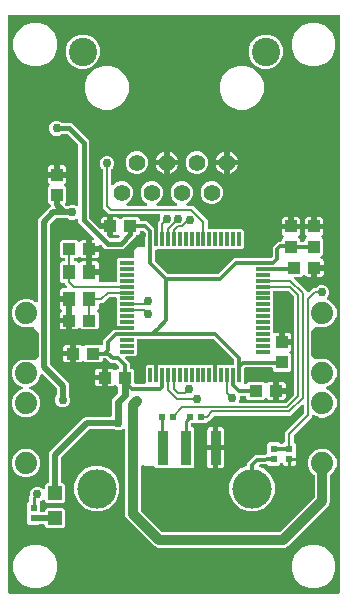
<source format=gbr>
G04 EAGLE Gerber RS-274X export*
G75*
%MOMM*%
%FSLAX34Y34*%
%LPD*%
%INTop Copper*%
%IPPOS*%
%AMOC8*
5,1,8,0,0,1.08239X$1,22.5*%
G01*
%ADD10R,1.100000X1.000000*%
%ADD11R,1.000000X1.100000*%
%ADD12R,1.200000X1.200000*%
%ADD13C,1.408000*%
%ADD14C,2.400000*%
%ADD15R,0.600000X0.600000*%
%ADD16R,1.200000X0.300000*%
%ADD17R,0.300000X1.200000*%
%ADD18R,1.100000X1.300000*%
%ADD19C,3.327400*%
%ADD20R,0.900000X3.000000*%
%ADD21C,1.879600*%
%ADD22C,0.756400*%
%ADD23C,0.304800*%
%ADD24C,0.203200*%
%ADD25C,0.609600*%
%ADD26C,0.508000*%
%ADD27C,0.254000*%
%ADD28C,0.406400*%
%ADD29C,0.812800*%

G36*
X282568Y2556D02*
X282568Y2556D01*
X282687Y2563D01*
X282725Y2576D01*
X282766Y2581D01*
X282876Y2624D01*
X282989Y2661D01*
X283024Y2683D01*
X283061Y2698D01*
X283157Y2767D01*
X283258Y2831D01*
X283286Y2861D01*
X283319Y2884D01*
X283395Y2976D01*
X283476Y3063D01*
X283496Y3098D01*
X283521Y3129D01*
X283572Y3237D01*
X283630Y3341D01*
X283640Y3381D01*
X283657Y3417D01*
X283679Y3534D01*
X283709Y3649D01*
X283713Y3709D01*
X283717Y3729D01*
X283715Y3750D01*
X283719Y3810D01*
X283719Y491390D01*
X283704Y491508D01*
X283697Y491627D01*
X283684Y491665D01*
X283679Y491706D01*
X283636Y491816D01*
X283599Y491929D01*
X283577Y491964D01*
X283562Y492001D01*
X283493Y492097D01*
X283429Y492198D01*
X283399Y492226D01*
X283376Y492259D01*
X283284Y492335D01*
X283197Y492416D01*
X283162Y492436D01*
X283131Y492461D01*
X283023Y492512D01*
X282919Y492570D01*
X282879Y492580D01*
X282843Y492597D01*
X282726Y492619D01*
X282611Y492649D01*
X282551Y492653D01*
X282531Y492657D01*
X282510Y492655D01*
X282450Y492659D01*
X3810Y492659D01*
X3692Y492644D01*
X3573Y492637D01*
X3535Y492624D01*
X3494Y492619D01*
X3384Y492576D01*
X3271Y492539D01*
X3236Y492517D01*
X3199Y492502D01*
X3103Y492433D01*
X3002Y492369D01*
X2974Y492339D01*
X2941Y492316D01*
X2865Y492224D01*
X2784Y492137D01*
X2764Y492102D01*
X2739Y492071D01*
X2688Y491963D01*
X2630Y491859D01*
X2620Y491819D01*
X2603Y491783D01*
X2581Y491666D01*
X2551Y491551D01*
X2547Y491491D01*
X2543Y491471D01*
X2545Y491450D01*
X2541Y491390D01*
X2541Y3810D01*
X2556Y3692D01*
X2563Y3573D01*
X2576Y3535D01*
X2581Y3494D01*
X2624Y3384D01*
X2661Y3271D01*
X2683Y3236D01*
X2698Y3199D01*
X2767Y3103D01*
X2831Y3002D01*
X2861Y2974D01*
X2884Y2941D01*
X2976Y2865D01*
X3063Y2784D01*
X3098Y2764D01*
X3129Y2739D01*
X3237Y2688D01*
X3341Y2630D01*
X3381Y2620D01*
X3417Y2603D01*
X3534Y2581D01*
X3649Y2551D01*
X3709Y2547D01*
X3729Y2543D01*
X3750Y2545D01*
X3810Y2541D01*
X282450Y2541D01*
X282568Y2556D01*
G37*
%LPC*%
G36*
X128988Y41401D02*
X128988Y41401D01*
X126561Y42407D01*
X102530Y66438D01*
X101524Y68865D01*
X101524Y108926D01*
X101512Y109024D01*
X101509Y109123D01*
X101492Y109181D01*
X101484Y109241D01*
X101448Y109333D01*
X101420Y109429D01*
X101390Y109481D01*
X101367Y109537D01*
X101309Y109617D01*
X101259Y109703D01*
X101193Y109778D01*
X101181Y109794D01*
X101171Y109802D01*
X101152Y109823D01*
X101088Y109888D01*
X101088Y140898D01*
X101072Y141026D01*
X101066Y141126D01*
X101061Y141142D01*
X101058Y141176D01*
X101051Y141194D01*
X101048Y141214D01*
X100997Y141344D01*
X100981Y141389D01*
X100968Y141428D01*
X100965Y141434D01*
X100950Y141475D01*
X100939Y141491D01*
X100931Y141510D01*
X100849Y141622D01*
X100771Y141738D01*
X100756Y141751D01*
X100745Y141767D01*
X100637Y141856D01*
X100532Y141948D01*
X100515Y141957D01*
X100500Y141970D01*
X100373Y142029D01*
X100249Y142093D01*
X100230Y142097D01*
X100212Y142105D01*
X100075Y142131D01*
X99938Y142162D01*
X99919Y142161D01*
X99900Y142165D01*
X99760Y142156D01*
X99620Y142152D01*
X99602Y142147D01*
X99582Y142145D01*
X99502Y142119D01*
X99494Y142118D01*
X99472Y142110D01*
X99449Y142102D01*
X99315Y142063D01*
X99298Y142053D01*
X99280Y142047D01*
X99247Y142027D01*
X96762Y140997D01*
X94246Y140997D01*
X92401Y141762D01*
X92392Y141764D01*
X92384Y141769D01*
X92239Y141806D01*
X92094Y141846D01*
X92085Y141846D01*
X92076Y141848D01*
X91915Y141858D01*
X71591Y141858D01*
X71493Y141846D01*
X71394Y141843D01*
X71336Y141826D01*
X71276Y141818D01*
X71184Y141782D01*
X71089Y141754D01*
X71036Y141724D01*
X70980Y141701D01*
X70900Y141643D01*
X70815Y141593D01*
X70739Y141527D01*
X70723Y141515D01*
X70715Y141505D01*
X70694Y141487D01*
X47616Y118409D01*
X47556Y118331D01*
X47488Y118259D01*
X47459Y118206D01*
X47422Y118158D01*
X47382Y118067D01*
X47334Y117980D01*
X47319Y117922D01*
X47295Y117866D01*
X47280Y117768D01*
X47255Y117672D01*
X47249Y117572D01*
X47245Y117552D01*
X47247Y117540D01*
X47245Y117512D01*
X47245Y97272D01*
X47260Y97154D01*
X47267Y97035D01*
X47280Y96997D01*
X47285Y96956D01*
X47328Y96846D01*
X47365Y96733D01*
X47387Y96698D01*
X47402Y96661D01*
X47471Y96565D01*
X47535Y96464D01*
X47565Y96436D01*
X47588Y96403D01*
X47680Y96327D01*
X47767Y96246D01*
X47802Y96226D01*
X47833Y96201D01*
X47941Y96150D01*
X48045Y96092D01*
X48085Y96082D01*
X48121Y96065D01*
X48238Y96043D01*
X48353Y96013D01*
X48413Y96009D01*
X48433Y96005D01*
X48454Y96007D01*
X48514Y96003D01*
X49216Y96003D01*
X50705Y94514D01*
X50705Y80410D01*
X49216Y78921D01*
X35112Y78921D01*
X33623Y80410D01*
X33623Y81053D01*
X33606Y81191D01*
X33593Y81330D01*
X33586Y81349D01*
X33583Y81369D01*
X33532Y81498D01*
X33485Y81629D01*
X33474Y81646D01*
X33466Y81665D01*
X33385Y81777D01*
X33307Y81892D01*
X33291Y81906D01*
X33280Y81922D01*
X33172Y82011D01*
X33068Y82103D01*
X33050Y82112D01*
X33035Y82125D01*
X32909Y82184D01*
X32785Y82247D01*
X32765Y82252D01*
X32747Y82260D01*
X32610Y82286D01*
X32475Y82317D01*
X32454Y82316D01*
X32435Y82320D01*
X32296Y82311D01*
X32157Y82307D01*
X32137Y82302D01*
X32117Y82300D01*
X31985Y82258D01*
X31851Y82219D01*
X31834Y82208D01*
X31815Y82202D01*
X31697Y82128D01*
X31577Y82057D01*
X31556Y82039D01*
X31546Y82032D01*
X31532Y82017D01*
X31457Y81951D01*
X30760Y81254D01*
X30200Y81022D01*
X30175Y81008D01*
X30147Y80998D01*
X30037Y80929D01*
X29924Y80865D01*
X29903Y80844D01*
X29878Y80828D01*
X29789Y80733D01*
X29696Y80643D01*
X29680Y80618D01*
X29660Y80597D01*
X29597Y80483D01*
X29529Y80372D01*
X29521Y80344D01*
X29506Y80318D01*
X29474Y80192D01*
X29436Y80068D01*
X29434Y80039D01*
X29427Y80010D01*
X29417Y79850D01*
X29417Y72716D01*
X29432Y72598D01*
X29439Y72479D01*
X29452Y72441D01*
X29457Y72400D01*
X29500Y72290D01*
X29537Y72177D01*
X29559Y72142D01*
X29574Y72105D01*
X29643Y72009D01*
X29707Y71908D01*
X29737Y71880D01*
X29760Y71847D01*
X29852Y71771D01*
X29939Y71690D01*
X29974Y71670D01*
X30005Y71645D01*
X30113Y71594D01*
X30217Y71536D01*
X30257Y71526D01*
X30293Y71509D01*
X30410Y71487D01*
X30525Y71457D01*
X30585Y71453D01*
X30605Y71449D01*
X30626Y71451D01*
X30686Y71447D01*
X32354Y71447D01*
X32472Y71462D01*
X32591Y71469D01*
X32629Y71482D01*
X32670Y71487D01*
X32780Y71530D01*
X32893Y71567D01*
X32928Y71589D01*
X32965Y71604D01*
X33061Y71673D01*
X33162Y71737D01*
X33190Y71767D01*
X33223Y71790D01*
X33299Y71882D01*
X33380Y71969D01*
X33400Y72004D01*
X33425Y72035D01*
X33476Y72143D01*
X33534Y72247D01*
X33544Y72287D01*
X33561Y72323D01*
X33583Y72440D01*
X33613Y72555D01*
X33617Y72615D01*
X33621Y72635D01*
X33619Y72656D01*
X33623Y72716D01*
X33623Y73514D01*
X35112Y75003D01*
X49216Y75003D01*
X50705Y73514D01*
X50705Y59410D01*
X49216Y57921D01*
X35112Y57921D01*
X33623Y59410D01*
X33623Y60016D01*
X33608Y60134D01*
X33601Y60253D01*
X33588Y60291D01*
X33583Y60332D01*
X33540Y60442D01*
X33503Y60555D01*
X33481Y60590D01*
X33466Y60627D01*
X33397Y60723D01*
X33333Y60824D01*
X33303Y60852D01*
X33280Y60885D01*
X33188Y60961D01*
X33101Y61042D01*
X33066Y61062D01*
X33035Y61087D01*
X32927Y61138D01*
X32823Y61196D01*
X32783Y61206D01*
X32747Y61223D01*
X32630Y61245D01*
X32515Y61275D01*
X32455Y61279D01*
X32435Y61283D01*
X32414Y61281D01*
X32354Y61285D01*
X28914Y61285D01*
X28816Y61273D01*
X28717Y61270D01*
X28659Y61253D01*
X28599Y61245D01*
X28507Y61209D01*
X28411Y61181D01*
X28359Y61151D01*
X28303Y61128D01*
X28223Y61070D01*
X28137Y61020D01*
X28062Y60954D01*
X28046Y60942D01*
X28038Y60932D01*
X28017Y60913D01*
X27928Y60825D01*
X19824Y60825D01*
X18335Y62314D01*
X18335Y79418D01*
X19694Y80777D01*
X19754Y80855D01*
X19822Y80927D01*
X19851Y80980D01*
X19888Y81028D01*
X19928Y81119D01*
X19976Y81206D01*
X19991Y81264D01*
X20015Y81320D01*
X20030Y81418D01*
X20055Y81513D01*
X20061Y81613D01*
X20065Y81634D01*
X20063Y81646D01*
X20065Y81674D01*
X20065Y84890D01*
X20484Y85309D01*
X20544Y85387D01*
X20612Y85459D01*
X20641Y85512D01*
X20678Y85560D01*
X20718Y85651D01*
X20766Y85738D01*
X20781Y85796D01*
X20805Y85852D01*
X20820Y85950D01*
X20845Y86046D01*
X20851Y86146D01*
X20855Y86166D01*
X20853Y86178D01*
X20855Y86206D01*
X20855Y87872D01*
X21818Y90196D01*
X23596Y91974D01*
X25920Y92937D01*
X28436Y92937D01*
X30760Y91974D01*
X31457Y91277D01*
X31566Y91192D01*
X31673Y91103D01*
X31692Y91095D01*
X31708Y91082D01*
X31836Y91027D01*
X31961Y90968D01*
X31981Y90964D01*
X32000Y90956D01*
X32138Y90934D01*
X32274Y90908D01*
X32294Y90909D01*
X32314Y90906D01*
X32453Y90919D01*
X32591Y90928D01*
X32610Y90934D01*
X32630Y90936D01*
X32761Y90983D01*
X32893Y91026D01*
X32911Y91037D01*
X32930Y91043D01*
X33044Y91121D01*
X33162Y91196D01*
X33176Y91211D01*
X33193Y91222D01*
X33285Y91326D01*
X33380Y91428D01*
X33390Y91445D01*
X33403Y91460D01*
X33466Y91584D01*
X33534Y91706D01*
X33539Y91726D01*
X33548Y91744D01*
X33578Y91880D01*
X33613Y92014D01*
X33615Y92042D01*
X33618Y92054D01*
X33617Y92074D01*
X33623Y92175D01*
X33623Y94514D01*
X35112Y96003D01*
X35814Y96003D01*
X35932Y96018D01*
X36051Y96025D01*
X36089Y96038D01*
X36130Y96043D01*
X36240Y96086D01*
X36353Y96123D01*
X36388Y96145D01*
X36425Y96160D01*
X36521Y96229D01*
X36622Y96293D01*
X36650Y96323D01*
X36683Y96346D01*
X36759Y96438D01*
X36840Y96525D01*
X36860Y96560D01*
X36885Y96591D01*
X36936Y96699D01*
X36994Y96803D01*
X37004Y96843D01*
X37021Y96879D01*
X37043Y96996D01*
X37073Y97111D01*
X37077Y97171D01*
X37081Y97191D01*
X37079Y97212D01*
X37083Y97272D01*
X37083Y121153D01*
X37857Y123020D01*
X66083Y151246D01*
X67950Y152020D01*
X88646Y152020D01*
X88764Y152035D01*
X88883Y152042D01*
X88921Y152055D01*
X88962Y152060D01*
X89072Y152103D01*
X89185Y152140D01*
X89220Y152162D01*
X89257Y152177D01*
X89353Y152246D01*
X89454Y152310D01*
X89482Y152340D01*
X89515Y152363D01*
X89591Y152455D01*
X89672Y152542D01*
X89692Y152577D01*
X89717Y152608D01*
X89768Y152716D01*
X89826Y152820D01*
X89836Y152860D01*
X89853Y152896D01*
X89875Y153013D01*
X89905Y153128D01*
X89909Y153188D01*
X89913Y153208D01*
X89911Y153229D01*
X89915Y153289D01*
X89915Y165704D01*
X90766Y167758D01*
X92517Y169508D01*
X95250Y172241D01*
X95310Y172319D01*
X95378Y172392D01*
X95407Y172445D01*
X95444Y172492D01*
X95484Y172583D01*
X95532Y172670D01*
X95547Y172729D01*
X95571Y172784D01*
X95586Y172882D01*
X95611Y172978D01*
X95617Y173078D01*
X95621Y173098D01*
X95619Y173111D01*
X95621Y173139D01*
X95621Y176610D01*
X95606Y176728D01*
X95599Y176847D01*
X95586Y176885D01*
X95581Y176926D01*
X95538Y177036D01*
X95501Y177149D01*
X95479Y177184D01*
X95464Y177221D01*
X95395Y177317D01*
X95331Y177418D01*
X95301Y177446D01*
X95278Y177479D01*
X95186Y177555D01*
X95099Y177636D01*
X95064Y177656D01*
X95033Y177681D01*
X94925Y177732D01*
X94821Y177790D01*
X94781Y177800D01*
X94745Y177817D01*
X94714Y177823D01*
X93607Y178929D01*
X93513Y179002D01*
X93424Y179081D01*
X93388Y179100D01*
X93356Y179124D01*
X93247Y179172D01*
X93141Y179226D01*
X93102Y179235D01*
X93064Y179251D01*
X92947Y179269D01*
X92831Y179295D01*
X92790Y179294D01*
X92750Y179301D01*
X92632Y179289D01*
X92513Y179286D01*
X92474Y179274D01*
X92434Y179271D01*
X92322Y179230D01*
X92207Y179197D01*
X92172Y179177D01*
X92134Y179163D01*
X92036Y179096D01*
X91933Y179036D01*
X91888Y178996D01*
X91871Y178985D01*
X91858Y178969D01*
X91812Y178929D01*
X91270Y178387D01*
X90691Y178052D01*
X90044Y177879D01*
X86709Y177879D01*
X86709Y184190D01*
X86694Y184308D01*
X86687Y184427D01*
X86674Y184465D01*
X86669Y184505D01*
X86626Y184616D01*
X86589Y184729D01*
X86567Y184763D01*
X86552Y184801D01*
X86483Y184897D01*
X86419Y184998D01*
X86389Y185026D01*
X86366Y185058D01*
X86274Y185134D01*
X86187Y185216D01*
X86152Y185235D01*
X86121Y185261D01*
X86013Y185312D01*
X85909Y185369D01*
X85869Y185379D01*
X85833Y185397D01*
X85726Y185417D01*
X85756Y185421D01*
X85866Y185465D01*
X85979Y185501D01*
X86014Y185523D01*
X86051Y185538D01*
X86147Y185608D01*
X86248Y185671D01*
X86276Y185701D01*
X86309Y185725D01*
X86385Y185816D01*
X86466Y185903D01*
X86486Y185938D01*
X86511Y185970D01*
X86562Y186077D01*
X86620Y186182D01*
X86630Y186221D01*
X86647Y186257D01*
X86669Y186374D01*
X86699Y186490D01*
X86703Y186550D01*
X86707Y186570D01*
X86705Y186590D01*
X86709Y186650D01*
X86709Y192961D01*
X90044Y192961D01*
X90691Y192788D01*
X91270Y192453D01*
X91812Y191911D01*
X91907Y191838D01*
X91996Y191759D01*
X92032Y191740D01*
X92064Y191716D01*
X92173Y191668D01*
X92279Y191614D01*
X92318Y191605D01*
X92356Y191589D01*
X92474Y191571D01*
X92589Y191545D01*
X92630Y191546D01*
X92670Y191539D01*
X92788Y191551D01*
X92907Y191554D01*
X92946Y191566D01*
X92986Y191569D01*
X93098Y191610D01*
X93213Y191643D01*
X93248Y191663D01*
X93286Y191677D01*
X93384Y191744D01*
X93487Y191804D01*
X93532Y191844D01*
X93549Y191855D01*
X93562Y191871D01*
X93607Y191911D01*
X94658Y192961D01*
X95407Y192961D01*
X95544Y192978D01*
X95683Y192991D01*
X95702Y192998D01*
X95722Y193001D01*
X95851Y193052D01*
X95982Y193099D01*
X95999Y193110D01*
X96018Y193118D01*
X96130Y193199D01*
X96245Y193277D01*
X96259Y193293D01*
X96275Y193304D01*
X96364Y193412D01*
X96456Y193516D01*
X96465Y193534D01*
X96478Y193549D01*
X96537Y193675D01*
X96600Y193799D01*
X96605Y193819D01*
X96614Y193837D01*
X96640Y193973D01*
X96670Y194109D01*
X96670Y194130D01*
X96673Y194149D01*
X96665Y194288D01*
X96660Y194427D01*
X96655Y194447D01*
X96654Y194467D01*
X96611Y194599D01*
X96572Y194733D01*
X96562Y194750D01*
X96556Y194769D01*
X96481Y194887D01*
X96411Y195007D01*
X96392Y195028D01*
X96385Y195038D01*
X96370Y195052D01*
X96304Y195127D01*
X94192Y197240D01*
X94114Y197300D01*
X94042Y197368D01*
X93989Y197397D01*
X93941Y197434D01*
X93850Y197474D01*
X93763Y197522D01*
X93705Y197537D01*
X93649Y197561D01*
X93551Y197576D01*
X93455Y197601D01*
X93355Y197607D01*
X93335Y197611D01*
X93323Y197609D01*
X93295Y197611D01*
X89256Y197611D01*
X85564Y201304D01*
X85485Y201364D01*
X85413Y201432D01*
X85360Y201461D01*
X85312Y201498D01*
X85221Y201538D01*
X85135Y201586D01*
X85076Y201601D01*
X85020Y201625D01*
X84922Y201640D01*
X84827Y201665D01*
X84727Y201671D01*
X84706Y201675D01*
X84694Y201673D01*
X84666Y201675D01*
X83596Y201675D01*
X83478Y201660D01*
X83359Y201653D01*
X83321Y201640D01*
X83280Y201635D01*
X83170Y201592D01*
X83057Y201555D01*
X83022Y201533D01*
X82985Y201518D01*
X82889Y201449D01*
X82788Y201385D01*
X82760Y201355D01*
X82727Y201332D01*
X82651Y201240D01*
X82570Y201153D01*
X82550Y201118D01*
X82525Y201087D01*
X82474Y200979D01*
X82416Y200875D01*
X82406Y200835D01*
X82389Y200799D01*
X82367Y200682D01*
X82337Y200567D01*
X82333Y200507D01*
X82329Y200487D01*
X82331Y200466D01*
X82327Y200406D01*
X82327Y199688D01*
X80838Y198199D01*
X67734Y198199D01*
X66683Y199249D01*
X66589Y199322D01*
X66500Y199401D01*
X66464Y199420D01*
X66432Y199444D01*
X66323Y199492D01*
X66217Y199546D01*
X66178Y199555D01*
X66140Y199571D01*
X66023Y199589D01*
X65907Y199615D01*
X65866Y199614D01*
X65826Y199621D01*
X65708Y199609D01*
X65589Y199606D01*
X65550Y199594D01*
X65510Y199591D01*
X65398Y199550D01*
X65283Y199517D01*
X65248Y199497D01*
X65210Y199483D01*
X65112Y199416D01*
X65009Y199356D01*
X64964Y199316D01*
X64947Y199305D01*
X64934Y199289D01*
X64888Y199249D01*
X64346Y198707D01*
X63767Y198372D01*
X63120Y198199D01*
X59785Y198199D01*
X59785Y204510D01*
X59770Y204628D01*
X59763Y204747D01*
X59750Y204785D01*
X59745Y204825D01*
X59702Y204936D01*
X59665Y205049D01*
X59643Y205083D01*
X59628Y205121D01*
X59559Y205217D01*
X59495Y205318D01*
X59465Y205346D01*
X59442Y205378D01*
X59350Y205454D01*
X59263Y205536D01*
X59228Y205555D01*
X59197Y205581D01*
X59089Y205632D01*
X58985Y205689D01*
X58945Y205699D01*
X58909Y205717D01*
X58802Y205737D01*
X58832Y205741D01*
X58942Y205785D01*
X59055Y205821D01*
X59090Y205843D01*
X59127Y205858D01*
X59223Y205928D01*
X59324Y205991D01*
X59352Y206021D01*
X59385Y206045D01*
X59461Y206136D01*
X59542Y206223D01*
X59562Y206258D01*
X59587Y206290D01*
X59638Y206397D01*
X59696Y206502D01*
X59706Y206541D01*
X59723Y206577D01*
X59745Y206694D01*
X59775Y206810D01*
X59779Y206870D01*
X59783Y206890D01*
X59781Y206910D01*
X59785Y206970D01*
X59785Y213281D01*
X63120Y213281D01*
X63767Y213108D01*
X64346Y212773D01*
X64888Y212231D01*
X64983Y212158D01*
X65072Y212079D01*
X65108Y212060D01*
X65140Y212036D01*
X65249Y211988D01*
X65355Y211934D01*
X65394Y211925D01*
X65432Y211909D01*
X65550Y211891D01*
X65665Y211865D01*
X65706Y211866D01*
X65746Y211859D01*
X65864Y211871D01*
X65983Y211874D01*
X66022Y211886D01*
X66062Y211889D01*
X66174Y211930D01*
X66289Y211963D01*
X66324Y211983D01*
X66362Y211997D01*
X66460Y212064D01*
X66563Y212124D01*
X66608Y212164D01*
X66625Y212175D01*
X66638Y212191D01*
X66683Y212231D01*
X67734Y213281D01*
X80838Y213281D01*
X80890Y213229D01*
X81000Y213143D01*
X81107Y213055D01*
X81126Y213046D01*
X81142Y213034D01*
X81269Y212978D01*
X81395Y212919D01*
X81415Y212915D01*
X81434Y212907D01*
X81571Y212886D01*
X81708Y212859D01*
X81728Y212861D01*
X81748Y212857D01*
X81887Y212871D01*
X82025Y212879D01*
X82044Y212885D01*
X82064Y212887D01*
X82196Y212934D01*
X82327Y212977D01*
X82344Y212988D01*
X82364Y212995D01*
X82479Y213073D01*
X82596Y213147D01*
X82610Y213162D01*
X82627Y213173D01*
X82719Y213278D01*
X82814Y213379D01*
X82824Y213397D01*
X82837Y213412D01*
X82901Y213536D01*
X82968Y213657D01*
X82973Y213677D01*
X82982Y213695D01*
X83012Y213831D01*
X83047Y213965D01*
X83049Y213993D01*
X83052Y214005D01*
X83051Y214026D01*
X83057Y214126D01*
X83057Y217584D01*
X91894Y226421D01*
X92964Y226421D01*
X93082Y226436D01*
X93201Y226443D01*
X93239Y226456D01*
X93280Y226461D01*
X93390Y226504D01*
X93503Y226541D01*
X93538Y226563D01*
X93575Y226578D01*
X93671Y226647D01*
X93772Y226711D01*
X93800Y226741D01*
X93833Y226764D01*
X93909Y226856D01*
X93990Y226943D01*
X94010Y226978D01*
X94035Y227009D01*
X94086Y227117D01*
X94144Y227221D01*
X94154Y227261D01*
X94171Y227297D01*
X94193Y227414D01*
X94223Y227529D01*
X94227Y227589D01*
X94231Y227609D01*
X94229Y227630D01*
X94233Y227690D01*
X94233Y252476D01*
X94218Y252594D01*
X94211Y252713D01*
X94198Y252751D01*
X94193Y252792D01*
X94150Y252902D01*
X94113Y253015D01*
X94091Y253050D01*
X94076Y253087D01*
X94007Y253183D01*
X93943Y253284D01*
X93913Y253312D01*
X93890Y253345D01*
X93798Y253421D01*
X93711Y253502D01*
X93676Y253522D01*
X93645Y253547D01*
X93537Y253598D01*
X93433Y253656D01*
X93393Y253666D01*
X93357Y253683D01*
X93240Y253705D01*
X93125Y253735D01*
X93065Y253739D01*
X93045Y253743D01*
X93024Y253741D01*
X92964Y253745D01*
X88613Y253745D01*
X88515Y253733D01*
X88416Y253730D01*
X88358Y253713D01*
X88297Y253705D01*
X88205Y253669D01*
X88110Y253641D01*
X88058Y253611D01*
X88002Y253588D01*
X87922Y253530D01*
X87836Y253480D01*
X87761Y253413D01*
X87744Y253402D01*
X87737Y253392D01*
X87715Y253374D01*
X82613Y248271D01*
X80446Y248271D01*
X80328Y248256D01*
X80209Y248249D01*
X80171Y248236D01*
X80130Y248231D01*
X80020Y248188D01*
X79907Y248151D01*
X79872Y248129D01*
X79835Y248114D01*
X79739Y248045D01*
X79638Y247981D01*
X79610Y247951D01*
X79577Y247928D01*
X79501Y247836D01*
X79420Y247749D01*
X79400Y247714D01*
X79375Y247683D01*
X79324Y247575D01*
X79266Y247471D01*
X79256Y247431D01*
X79239Y247395D01*
X79217Y247278D01*
X79187Y247163D01*
X79183Y247103D01*
X79179Y247083D01*
X79181Y247062D01*
X79177Y247002D01*
X79177Y244276D01*
X77854Y242953D01*
X77781Y242858D01*
X77702Y242769D01*
X77684Y242733D01*
X77659Y242701D01*
X77611Y242592D01*
X77557Y242486D01*
X77548Y242447D01*
X77532Y242409D01*
X77514Y242292D01*
X77488Y242176D01*
X77489Y242135D01*
X77483Y242095D01*
X77494Y241977D01*
X77497Y241858D01*
X77509Y241819D01*
X77512Y241779D01*
X77553Y241666D01*
X77586Y241552D01*
X77606Y241518D01*
X77620Y241479D01*
X77687Y241381D01*
X77747Y241278D01*
X77787Y241233D01*
X77799Y241216D01*
X77814Y241203D01*
X77854Y241158D01*
X79279Y239732D01*
X79279Y227628D01*
X77790Y226139D01*
X64686Y226139D01*
X63635Y227189D01*
X63541Y227262D01*
X63452Y227341D01*
X63416Y227359D01*
X63384Y227384D01*
X63275Y227432D01*
X63169Y227486D01*
X63130Y227495D01*
X63092Y227511D01*
X62975Y227529D01*
X62859Y227555D01*
X62818Y227554D01*
X62778Y227560D01*
X62660Y227549D01*
X62541Y227546D01*
X62502Y227534D01*
X62462Y227531D01*
X62349Y227490D01*
X62235Y227457D01*
X62200Y227437D01*
X62162Y227423D01*
X62064Y227356D01*
X61961Y227296D01*
X61916Y227256D01*
X61899Y227244D01*
X61886Y227229D01*
X61840Y227189D01*
X61298Y226647D01*
X60719Y226312D01*
X60072Y226139D01*
X56737Y226139D01*
X56737Y232450D01*
X56722Y232568D01*
X56715Y232687D01*
X56702Y232725D01*
X56697Y232765D01*
X56654Y232876D01*
X56617Y232989D01*
X56595Y233023D01*
X56580Y233061D01*
X56511Y233157D01*
X56447Y233258D01*
X56417Y233286D01*
X56394Y233318D01*
X56302Y233394D01*
X56215Y233476D01*
X56180Y233495D01*
X56149Y233521D01*
X56041Y233572D01*
X55937Y233629D01*
X55897Y233639D01*
X55861Y233657D01*
X55754Y233677D01*
X55784Y233681D01*
X55894Y233725D01*
X56007Y233761D01*
X56042Y233783D01*
X56079Y233798D01*
X56175Y233868D01*
X56276Y233931D01*
X56304Y233961D01*
X56337Y233985D01*
X56413Y234076D01*
X56494Y234163D01*
X56514Y234198D01*
X56539Y234230D01*
X56590Y234337D01*
X56648Y234442D01*
X56658Y234481D01*
X56675Y234517D01*
X56697Y234634D01*
X56727Y234750D01*
X56731Y234810D01*
X56735Y234830D01*
X56733Y234850D01*
X56737Y234910D01*
X56737Y241518D01*
X56722Y241636D01*
X56715Y241755D01*
X56702Y241793D01*
X56697Y241834D01*
X56675Y241890D01*
X56675Y250558D01*
X56660Y250676D01*
X56653Y250795D01*
X56640Y250833D01*
X56635Y250873D01*
X56591Y250984D01*
X56555Y251097D01*
X56533Y251132D01*
X56518Y251169D01*
X56448Y251265D01*
X56385Y251366D01*
X56355Y251394D01*
X56331Y251426D01*
X56240Y251502D01*
X56153Y251584D01*
X56118Y251603D01*
X56086Y251629D01*
X55979Y251680D01*
X55875Y251737D01*
X55835Y251748D01*
X55799Y251765D01*
X55682Y251787D01*
X55567Y251817D01*
X55506Y251821D01*
X55486Y251825D01*
X55466Y251823D01*
X55406Y251827D01*
X54135Y251827D01*
X54135Y253098D01*
X54120Y253216D01*
X54113Y253335D01*
X54100Y253373D01*
X54095Y253413D01*
X54051Y253524D01*
X54015Y253637D01*
X53993Y253672D01*
X53978Y253709D01*
X53908Y253805D01*
X53845Y253906D01*
X53815Y253934D01*
X53791Y253966D01*
X53700Y254042D01*
X53613Y254124D01*
X53578Y254143D01*
X53546Y254169D01*
X53439Y254220D01*
X53335Y254277D01*
X53295Y254288D01*
X53259Y254305D01*
X53142Y254327D01*
X53027Y254357D01*
X52966Y254361D01*
X52946Y254365D01*
X52926Y254363D01*
X52866Y254367D01*
X46095Y254367D01*
X46095Y258662D01*
X46268Y259309D01*
X46603Y259888D01*
X47076Y260361D01*
X47655Y260696D01*
X48302Y260869D01*
X51331Y260869D01*
X51469Y260886D01*
X51607Y260899D01*
X51627Y260906D01*
X51647Y260909D01*
X51776Y260960D01*
X51907Y261007D01*
X51924Y261018D01*
X51942Y261026D01*
X52055Y261107D01*
X52170Y261185D01*
X52183Y261201D01*
X52200Y261212D01*
X52288Y261320D01*
X52380Y261424D01*
X52390Y261442D01*
X52402Y261457D01*
X52462Y261583D01*
X52525Y261707D01*
X52529Y261727D01*
X52538Y261745D01*
X52564Y261881D01*
X52595Y262017D01*
X52594Y262038D01*
X52598Y262057D01*
X52589Y262196D01*
X52585Y262335D01*
X52579Y262355D01*
X52578Y262375D01*
X52535Y262507D01*
X52497Y262641D01*
X52486Y262658D01*
X52480Y262677D01*
X52405Y262795D01*
X52335Y262915D01*
X52316Y262936D01*
X52310Y262946D01*
X52295Y262960D01*
X52229Y263035D01*
X50560Y264704D01*
X50557Y264755D01*
X50544Y264793D01*
X50539Y264834D01*
X50496Y264944D01*
X50459Y265057D01*
X50437Y265092D01*
X50422Y265129D01*
X50353Y265225D01*
X50289Y265326D01*
X50259Y265354D01*
X50236Y265387D01*
X50144Y265463D01*
X50057Y265544D01*
X50022Y265564D01*
X49991Y265589D01*
X49883Y265640D01*
X49779Y265698D01*
X49739Y265708D01*
X49703Y265725D01*
X49586Y265747D01*
X49471Y265777D01*
X49411Y265781D01*
X49391Y265785D01*
X49370Y265783D01*
X49310Y265787D01*
X47584Y265787D01*
X46095Y267276D01*
X46095Y282380D01*
X47584Y283869D01*
X49412Y283869D01*
X49530Y283884D01*
X49649Y283891D01*
X49687Y283904D01*
X49728Y283909D01*
X49838Y283952D01*
X49951Y283989D01*
X49986Y284011D01*
X50023Y284026D01*
X50119Y284095D01*
X50220Y284159D01*
X50248Y284189D01*
X50281Y284212D01*
X50357Y284304D01*
X50438Y284391D01*
X50458Y284426D01*
X50483Y284457D01*
X50534Y284565D01*
X50592Y284669D01*
X50602Y284709D01*
X50619Y284745D01*
X50641Y284862D01*
X50671Y284977D01*
X50675Y285037D01*
X50679Y285057D01*
X50677Y285078D01*
X50681Y285138D01*
X50681Y285322D01*
X50666Y285440D01*
X50659Y285559D01*
X50646Y285597D01*
X50641Y285638D01*
X50598Y285748D01*
X50561Y285861D01*
X50539Y285896D01*
X50524Y285933D01*
X50455Y286029D01*
X50391Y286130D01*
X50361Y286158D01*
X50338Y286191D01*
X50246Y286267D01*
X50159Y286348D01*
X50124Y286368D01*
X50093Y286393D01*
X49985Y286444D01*
X49881Y286502D01*
X49841Y286512D01*
X49805Y286529D01*
X49688Y286551D01*
X49573Y286581D01*
X49513Y286585D01*
X49493Y286589D01*
X49472Y286587D01*
X49412Y286591D01*
X47686Y286591D01*
X46197Y288080D01*
X46197Y300184D01*
X47686Y301673D01*
X60790Y301673D01*
X61841Y300623D01*
X61935Y300550D01*
X62024Y300471D01*
X62060Y300452D01*
X62092Y300428D01*
X62201Y300380D01*
X62307Y300326D01*
X62346Y300317D01*
X62384Y300301D01*
X62501Y300283D01*
X62617Y300257D01*
X62658Y300258D01*
X62698Y300251D01*
X62816Y300263D01*
X62935Y300266D01*
X62974Y300278D01*
X63014Y300281D01*
X63126Y300322D01*
X63241Y300355D01*
X63276Y300375D01*
X63314Y300389D01*
X63412Y300456D01*
X63515Y300516D01*
X63560Y300556D01*
X63577Y300567D01*
X63590Y300583D01*
X63636Y300623D01*
X64178Y301165D01*
X64757Y301500D01*
X65404Y301673D01*
X68739Y301673D01*
X68739Y295362D01*
X68754Y295244D01*
X68761Y295125D01*
X68773Y295087D01*
X68779Y295047D01*
X68822Y294936D01*
X68859Y294823D01*
X68881Y294789D01*
X68896Y294751D01*
X68965Y294655D01*
X69029Y294554D01*
X69059Y294526D01*
X69082Y294494D01*
X69174Y294418D01*
X69261Y294336D01*
X69296Y294317D01*
X69327Y294291D01*
X69435Y294240D01*
X69539Y294183D01*
X69579Y294173D01*
X69615Y294155D01*
X69722Y294135D01*
X69692Y294131D01*
X69582Y294087D01*
X69469Y294051D01*
X69434Y294029D01*
X69397Y294014D01*
X69300Y293944D01*
X69200Y293881D01*
X69172Y293851D01*
X69139Y293827D01*
X69063Y293736D01*
X68982Y293649D01*
X68962Y293614D01*
X68937Y293582D01*
X68886Y293475D01*
X68828Y293370D01*
X68818Y293331D01*
X68801Y293295D01*
X68779Y293178D01*
X68749Y293062D01*
X68745Y293002D01*
X68741Y292982D01*
X68743Y292962D01*
X68739Y292902D01*
X68739Y286591D01*
X65404Y286591D01*
X64757Y286764D01*
X64178Y287099D01*
X63636Y287641D01*
X63541Y287714D01*
X63452Y287793D01*
X63416Y287812D01*
X63384Y287836D01*
X63275Y287884D01*
X63169Y287938D01*
X63130Y287947D01*
X63092Y287963D01*
X62974Y287981D01*
X62859Y288007D01*
X62818Y288006D01*
X62778Y288013D01*
X62660Y288001D01*
X62541Y287998D01*
X62502Y287986D01*
X62462Y287983D01*
X62350Y287942D01*
X62235Y287909D01*
X62200Y287889D01*
X62162Y287875D01*
X62064Y287808D01*
X61961Y287748D01*
X61916Y287708D01*
X61899Y287697D01*
X61886Y287681D01*
X61841Y287641D01*
X60790Y286591D01*
X59064Y286591D01*
X58946Y286576D01*
X58827Y286569D01*
X58789Y286556D01*
X58748Y286551D01*
X58638Y286508D01*
X58525Y286471D01*
X58490Y286449D01*
X58453Y286434D01*
X58357Y286365D01*
X58256Y286301D01*
X58228Y286271D01*
X58195Y286248D01*
X58119Y286156D01*
X58038Y286069D01*
X58018Y286034D01*
X57993Y286003D01*
X57942Y285895D01*
X57884Y285791D01*
X57874Y285751D01*
X57857Y285715D01*
X57835Y285598D01*
X57805Y285483D01*
X57801Y285423D01*
X57797Y285403D01*
X57799Y285382D01*
X57795Y285322D01*
X57795Y285138D01*
X57810Y285020D01*
X57817Y284901D01*
X57830Y284863D01*
X57835Y284822D01*
X57878Y284712D01*
X57915Y284599D01*
X57937Y284564D01*
X57952Y284527D01*
X58022Y284430D01*
X58085Y284330D01*
X58115Y284302D01*
X58138Y284269D01*
X58230Y284193D01*
X58317Y284112D01*
X58352Y284092D01*
X58383Y284067D01*
X58491Y284016D01*
X58595Y283958D01*
X58635Y283948D01*
X58671Y283931D01*
X58788Y283909D01*
X58903Y283879D01*
X58963Y283875D01*
X58983Y283871D01*
X59004Y283873D01*
X59064Y283869D01*
X60688Y283869D01*
X61739Y282819D01*
X61833Y282746D01*
X61922Y282667D01*
X61958Y282648D01*
X61990Y282624D01*
X62099Y282576D01*
X62205Y282522D01*
X62244Y282513D01*
X62282Y282497D01*
X62399Y282479D01*
X62515Y282453D01*
X62556Y282454D01*
X62596Y282447D01*
X62714Y282459D01*
X62833Y282462D01*
X62872Y282474D01*
X62912Y282477D01*
X63024Y282518D01*
X63139Y282551D01*
X63174Y282571D01*
X63212Y282585D01*
X63310Y282652D01*
X63413Y282712D01*
X63458Y282752D01*
X63475Y282763D01*
X63488Y282779D01*
X63534Y282819D01*
X64076Y283361D01*
X64655Y283696D01*
X65302Y283869D01*
X68597Y283869D01*
X68597Y276098D01*
X68612Y275980D01*
X68619Y275861D01*
X68632Y275823D01*
X68637Y275783D01*
X68680Y275672D01*
X68717Y275559D01*
X68739Y275524D01*
X68754Y275487D01*
X68824Y275391D01*
X68887Y275290D01*
X68917Y275262D01*
X68941Y275230D01*
X69032Y275154D01*
X69119Y275072D01*
X69154Y275053D01*
X69185Y275027D01*
X69293Y274976D01*
X69397Y274919D01*
X69437Y274908D01*
X69473Y274891D01*
X69590Y274869D01*
X69705Y274839D01*
X69766Y274835D01*
X69786Y274831D01*
X69806Y274833D01*
X69866Y274829D01*
X71137Y274829D01*
X71137Y273558D01*
X71152Y273440D01*
X71159Y273321D01*
X71172Y273283D01*
X71177Y273243D01*
X71221Y273132D01*
X71257Y273019D01*
X71279Y272984D01*
X71294Y272947D01*
X71364Y272851D01*
X71427Y272750D01*
X71457Y272722D01*
X71481Y272689D01*
X71572Y272614D01*
X71659Y272532D01*
X71694Y272512D01*
X71726Y272487D01*
X71833Y272436D01*
X71937Y272378D01*
X71977Y272368D01*
X72013Y272351D01*
X72130Y272329D01*
X72245Y272299D01*
X72306Y272295D01*
X72326Y272291D01*
X72346Y272293D01*
X72406Y272289D01*
X79177Y272289D01*
X79177Y267994D01*
X79054Y267537D01*
X79037Y267412D01*
X79014Y267288D01*
X79016Y267255D01*
X79011Y267221D01*
X79026Y267096D01*
X79033Y266971D01*
X79044Y266939D01*
X79048Y266906D01*
X79093Y266788D01*
X79131Y266669D01*
X79149Y266640D01*
X79161Y266609D01*
X79234Y266506D01*
X79302Y266400D01*
X79326Y266377D01*
X79346Y266349D01*
X79442Y266268D01*
X79533Y266182D01*
X79563Y266166D01*
X79588Y266144D01*
X79702Y266089D01*
X79812Y266028D01*
X79844Y266020D01*
X79875Y266005D01*
X79998Y265980D01*
X80120Y265949D01*
X80168Y265946D01*
X80186Y265942D01*
X80208Y265943D01*
X80280Y265939D01*
X92964Y265939D01*
X93082Y265954D01*
X93201Y265961D01*
X93239Y265974D01*
X93280Y265979D01*
X93390Y266022D01*
X93503Y266059D01*
X93538Y266081D01*
X93575Y266096D01*
X93671Y266165D01*
X93772Y266229D01*
X93800Y266259D01*
X93833Y266282D01*
X93909Y266374D01*
X93990Y266461D01*
X94010Y266496D01*
X94035Y266527D01*
X94086Y266635D01*
X94144Y266739D01*
X94154Y266779D01*
X94171Y266815D01*
X94193Y266932D01*
X94223Y267047D01*
X94227Y267107D01*
X94231Y267127D01*
X94229Y267148D01*
X94233Y267208D01*
X94233Y284908D01*
X95722Y286397D01*
X107950Y286397D01*
X108068Y286412D01*
X108187Y286419D01*
X108225Y286432D01*
X108266Y286437D01*
X108376Y286480D01*
X108489Y286517D01*
X108524Y286539D01*
X108561Y286554D01*
X108657Y286623D01*
X108758Y286687D01*
X108786Y286717D01*
X108819Y286740D01*
X108895Y286832D01*
X108976Y286919D01*
X108996Y286954D01*
X109021Y286985D01*
X109072Y287093D01*
X109130Y287197D01*
X109140Y287237D01*
X109157Y287273D01*
X109179Y287390D01*
X109209Y287505D01*
X109213Y287565D01*
X109217Y287585D01*
X109215Y287606D01*
X109219Y287666D01*
X109219Y293573D01*
X111303Y295657D01*
X117348Y295657D01*
X117466Y295672D01*
X117585Y295679D01*
X117623Y295692D01*
X117664Y295697D01*
X117774Y295740D01*
X117887Y295777D01*
X117922Y295799D01*
X117959Y295814D01*
X118055Y295883D01*
X118156Y295947D01*
X118184Y295977D01*
X118217Y296000D01*
X118293Y296092D01*
X118374Y296179D01*
X118394Y296214D01*
X118419Y296245D01*
X118470Y296353D01*
X118528Y296457D01*
X118538Y296497D01*
X118555Y296533D01*
X118577Y296650D01*
X118607Y296765D01*
X118611Y296825D01*
X118615Y296845D01*
X118613Y296866D01*
X118617Y296926D01*
X118617Y304277D01*
X118620Y304281D01*
X118635Y304339D01*
X118659Y304395D01*
X118674Y304493D01*
X118699Y304589D01*
X118705Y304689D01*
X118709Y304709D01*
X118707Y304721D01*
X118709Y304749D01*
X118709Y307325D01*
X118697Y307423D01*
X118694Y307522D01*
X118677Y307580D01*
X118669Y307640D01*
X118633Y307732D01*
X118605Y307827D01*
X118575Y307879D01*
X118552Y307936D01*
X118494Y308016D01*
X118444Y308101D01*
X118378Y308177D01*
X118366Y308193D01*
X118356Y308201D01*
X118338Y308222D01*
X117306Y309254D01*
X117228Y309314D01*
X117156Y309382D01*
X117103Y309411D01*
X117055Y309448D01*
X116964Y309488D01*
X116877Y309536D01*
X116819Y309551D01*
X116763Y309575D01*
X116665Y309590D01*
X116569Y309615D01*
X116469Y309621D01*
X116449Y309625D01*
X116437Y309623D01*
X116409Y309625D01*
X115092Y309625D01*
X114974Y309610D01*
X114855Y309603D01*
X114817Y309590D01*
X114776Y309585D01*
X114666Y309542D01*
X114553Y309505D01*
X114518Y309483D01*
X114481Y309468D01*
X114385Y309399D01*
X114284Y309335D01*
X114256Y309305D01*
X114223Y309282D01*
X114147Y309190D01*
X114066Y309103D01*
X114046Y309068D01*
X114021Y309037D01*
X113970Y308929D01*
X113912Y308825D01*
X113902Y308785D01*
X113885Y308749D01*
X113863Y308632D01*
X113833Y308517D01*
X113829Y308457D01*
X113825Y308437D01*
X113827Y308416D01*
X113823Y308356D01*
X113823Y307384D01*
X112334Y305895D01*
X111624Y305895D01*
X111506Y305880D01*
X111387Y305873D01*
X111349Y305860D01*
X111308Y305855D01*
X111198Y305812D01*
X111085Y305775D01*
X111050Y305753D01*
X111013Y305738D01*
X110917Y305669D01*
X110816Y305605D01*
X110788Y305575D01*
X110755Y305552D01*
X110679Y305460D01*
X110598Y305373D01*
X110578Y305338D01*
X110553Y305307D01*
X110502Y305199D01*
X110444Y305095D01*
X110434Y305055D01*
X110417Y305019D01*
X110395Y304902D01*
X110374Y304821D01*
X99684Y294131D01*
X84720Y294131D01*
X81670Y297182D01*
X81446Y297406D01*
X81336Y297491D01*
X81229Y297580D01*
X81210Y297588D01*
X81194Y297601D01*
X81067Y297656D01*
X80941Y297715D01*
X80921Y297719D01*
X80902Y297727D01*
X80765Y297749D01*
X80628Y297775D01*
X80608Y297774D01*
X80588Y297777D01*
X80450Y297764D01*
X80311Y297755D01*
X80292Y297749D01*
X80272Y297747D01*
X80141Y297700D01*
X80009Y297657D01*
X79991Y297646D01*
X79972Y297639D01*
X79858Y297562D01*
X79740Y297487D01*
X79726Y297472D01*
X79709Y297461D01*
X79618Y297357D01*
X79522Y297255D01*
X79512Y297238D01*
X79499Y297223D01*
X79436Y297099D01*
X79368Y296977D01*
X79363Y296957D01*
X79354Y296939D01*
X79324Y296803D01*
X79289Y296669D01*
X79287Y296641D01*
X79285Y296631D01*
X73737Y296631D01*
X73737Y301673D01*
X74114Y301673D01*
X74252Y301690D01*
X74391Y301703D01*
X74410Y301710D01*
X74430Y301713D01*
X74559Y301764D01*
X74690Y301811D01*
X74707Y301822D01*
X74725Y301830D01*
X74838Y301911D01*
X74953Y301989D01*
X74966Y302005D01*
X74983Y302016D01*
X75071Y302124D01*
X75163Y302228D01*
X75173Y302246D01*
X75186Y302261D01*
X75245Y302387D01*
X75308Y302511D01*
X75313Y302531D01*
X75321Y302549D01*
X75347Y302685D01*
X75378Y302821D01*
X75377Y302842D01*
X75381Y302861D01*
X75372Y303000D01*
X75368Y303139D01*
X75362Y303159D01*
X75361Y303179D01*
X75318Y303311D01*
X75280Y303445D01*
X75269Y303462D01*
X75263Y303481D01*
X75189Y303599D01*
X75118Y303719D01*
X75100Y303740D01*
X75093Y303750D01*
X75078Y303764D01*
X75012Y303839D01*
X61721Y317130D01*
X61721Y318735D01*
X61715Y318784D01*
X61717Y318834D01*
X61695Y318941D01*
X61681Y319050D01*
X61663Y319096D01*
X61653Y319145D01*
X61605Y319244D01*
X61564Y319346D01*
X61535Y319386D01*
X61513Y319431D01*
X61442Y319514D01*
X61378Y319603D01*
X61339Y319635D01*
X61307Y319673D01*
X61217Y319736D01*
X61133Y319806D01*
X61088Y319827D01*
X61047Y319856D01*
X60944Y319895D01*
X60845Y319942D01*
X60796Y319951D01*
X60750Y319969D01*
X60640Y319981D01*
X60533Y320001D01*
X60483Y319998D01*
X60434Y320004D01*
X60325Y319988D01*
X60215Y319982D01*
X60168Y319966D01*
X60119Y319959D01*
X59966Y319907D01*
X57900Y319051D01*
X55384Y319051D01*
X53026Y320028D01*
X53002Y320050D01*
X52949Y320079D01*
X52902Y320116D01*
X52811Y320156D01*
X52724Y320204D01*
X52665Y320219D01*
X52610Y320243D01*
X52512Y320258D01*
X52416Y320283D01*
X52316Y320289D01*
X52296Y320293D01*
X52284Y320291D01*
X52255Y320293D01*
X43270Y320293D01*
X43172Y320281D01*
X43073Y320278D01*
X43015Y320261D01*
X42955Y320253D01*
X42863Y320217D01*
X42768Y320189D01*
X42715Y320159D01*
X42659Y320136D01*
X42579Y320078D01*
X42494Y320028D01*
X42418Y319962D01*
X42402Y319950D01*
X42394Y319940D01*
X42373Y319922D01*
X38218Y315767D01*
X38158Y315689D01*
X38090Y315617D01*
X38061Y315564D01*
X38024Y315516D01*
X37984Y315425D01*
X37936Y315338D01*
X37921Y315280D01*
X37897Y315224D01*
X37882Y315126D01*
X37857Y315030D01*
X37851Y314930D01*
X37847Y314910D01*
X37849Y314898D01*
X37847Y314870D01*
X37847Y196940D01*
X37859Y196842D01*
X37862Y196743D01*
X37879Y196685D01*
X37887Y196625D01*
X37923Y196533D01*
X37951Y196438D01*
X37981Y196385D01*
X38004Y196329D01*
X38062Y196249D01*
X38112Y196164D01*
X38178Y196088D01*
X38190Y196072D01*
X38200Y196064D01*
X38218Y196043D01*
X52821Y181440D01*
X53595Y179573D01*
X53595Y170757D01*
X53607Y170658D01*
X53610Y170559D01*
X53627Y170501D01*
X53635Y170441D01*
X53671Y170349D01*
X53699Y170254D01*
X53729Y170202D01*
X53752Y170145D01*
X53810Y170065D01*
X53860Y169980D01*
X53864Y169975D01*
X54837Y167628D01*
X54837Y165112D01*
X53874Y162788D01*
X52096Y161010D01*
X49772Y160047D01*
X47256Y160047D01*
X44932Y161010D01*
X43154Y162788D01*
X42191Y165112D01*
X42191Y167628D01*
X43168Y169986D01*
X43190Y170010D01*
X43219Y170063D01*
X43256Y170110D01*
X43296Y170201D01*
X43344Y170288D01*
X43359Y170347D01*
X43383Y170402D01*
X43398Y170500D01*
X43423Y170596D01*
X43429Y170696D01*
X43433Y170716D01*
X43431Y170728D01*
X43433Y170757D01*
X43433Y175932D01*
X43421Y176030D01*
X43418Y176129D01*
X43401Y176187D01*
X43393Y176247D01*
X43357Y176339D01*
X43329Y176434D01*
X43299Y176487D01*
X43276Y176543D01*
X43218Y176623D01*
X43168Y176708D01*
X43102Y176784D01*
X43090Y176800D01*
X43080Y176808D01*
X43062Y176829D01*
X31885Y188005D01*
X31776Y188091D01*
X31669Y188179D01*
X31650Y188188D01*
X31634Y188200D01*
X31506Y188256D01*
X31381Y188315D01*
X31361Y188318D01*
X31342Y188327D01*
X31204Y188348D01*
X31068Y188374D01*
X31048Y188373D01*
X31028Y188376D01*
X30889Y188363D01*
X30751Y188355D01*
X30732Y188349D01*
X30712Y188347D01*
X30580Y188299D01*
X30449Y188257D01*
X30431Y188246D01*
X30412Y188239D01*
X30297Y188161D01*
X30180Y188087D01*
X30166Y188072D01*
X30149Y188060D01*
X30057Y187956D01*
X29962Y187855D01*
X29952Y187837D01*
X29939Y187822D01*
X29875Y187698D01*
X29808Y187576D01*
X29803Y187557D01*
X29794Y187539D01*
X29764Y187403D01*
X29729Y187268D01*
X29727Y187240D01*
X29724Y187228D01*
X29725Y187208D01*
X29719Y187108D01*
X29719Y186855D01*
X27901Y182467D01*
X24543Y179109D01*
X21148Y177703D01*
X21027Y177634D01*
X20904Y177569D01*
X20889Y177555D01*
X20872Y177545D01*
X20772Y177448D01*
X20669Y177355D01*
X20658Y177338D01*
X20643Y177324D01*
X20570Y177205D01*
X20494Y177089D01*
X20488Y177070D01*
X20477Y177053D01*
X20436Y176920D01*
X20391Y176788D01*
X20389Y176768D01*
X20383Y176749D01*
X20377Y176610D01*
X20366Y176471D01*
X20369Y176451D01*
X20368Y176431D01*
X20396Y176294D01*
X20420Y176158D01*
X20428Y176139D01*
X20433Y176120D01*
X20494Y175994D01*
X20551Y175868D01*
X20563Y175852D01*
X20572Y175834D01*
X20663Y175728D01*
X20749Y175620D01*
X20765Y175607D01*
X20779Y175592D01*
X20892Y175512D01*
X21003Y175428D01*
X21029Y175416D01*
X21039Y175409D01*
X21058Y175402D01*
X21148Y175357D01*
X24543Y173951D01*
X27901Y170593D01*
X29719Y166205D01*
X29719Y161455D01*
X27901Y157067D01*
X24543Y153709D01*
X21061Y152267D01*
X21035Y152252D01*
X21006Y152243D01*
X20897Y152173D01*
X20848Y152145D01*
X14718Y152145D01*
X14695Y152165D01*
X14668Y152178D01*
X14644Y152196D01*
X14499Y152267D01*
X11017Y153709D01*
X7659Y157067D01*
X5841Y161455D01*
X5841Y166205D01*
X7659Y170593D01*
X11017Y173951D01*
X14412Y175357D01*
X14533Y175426D01*
X14656Y175491D01*
X14671Y175505D01*
X14688Y175515D01*
X14788Y175612D01*
X14891Y175705D01*
X14902Y175722D01*
X14917Y175736D01*
X14989Y175854D01*
X15066Y175971D01*
X15072Y175990D01*
X15083Y176007D01*
X15124Y176140D01*
X15169Y176272D01*
X15171Y176292D01*
X15177Y176311D01*
X15183Y176450D01*
X15194Y176589D01*
X15191Y176609D01*
X15192Y176629D01*
X15164Y176765D01*
X15140Y176902D01*
X15132Y176921D01*
X15127Y176940D01*
X15066Y177065D01*
X15009Y177192D01*
X14997Y177208D01*
X14988Y177226D01*
X14897Y177332D01*
X14811Y177440D01*
X14795Y177453D01*
X14781Y177468D01*
X14668Y177548D01*
X14557Y177632D01*
X14531Y177644D01*
X14521Y177651D01*
X14502Y177658D01*
X14412Y177703D01*
X11017Y179109D01*
X7659Y182467D01*
X5841Y186855D01*
X5841Y191605D01*
X7659Y195993D01*
X11017Y199351D01*
X13566Y200407D01*
X24638Y200407D01*
X24728Y200422D01*
X24819Y200429D01*
X24849Y200441D01*
X24881Y200447D01*
X24961Y200489D01*
X25045Y200525D01*
X25077Y200551D01*
X25098Y200562D01*
X25120Y200585D01*
X25176Y200630D01*
X28478Y203932D01*
X28531Y204006D01*
X28591Y204075D01*
X28603Y204105D01*
X28622Y204131D01*
X28649Y204218D01*
X28683Y204303D01*
X28687Y204344D01*
X28694Y204367D01*
X28693Y204399D01*
X28701Y204470D01*
X28701Y222758D01*
X28687Y222848D01*
X28679Y222939D01*
X28667Y222969D01*
X28662Y223001D01*
X28619Y223081D01*
X28583Y223165D01*
X28557Y223197D01*
X28546Y223218D01*
X28523Y223240D01*
X28478Y223296D01*
X24160Y227614D01*
X24086Y227667D01*
X24017Y227727D01*
X23987Y227739D01*
X23961Y227758D01*
X23874Y227785D01*
X23789Y227819D01*
X23748Y227823D01*
X23725Y227830D01*
X23693Y227829D01*
X23622Y227837D01*
X15153Y227837D01*
X15126Y227905D01*
X15109Y227929D01*
X15096Y227956D01*
X15016Y228057D01*
X14940Y228162D01*
X14917Y228181D01*
X14898Y228204D01*
X14794Y228282D01*
X14695Y228365D01*
X14668Y228378D01*
X14644Y228396D01*
X14499Y228467D01*
X11017Y229909D01*
X7659Y233267D01*
X5841Y237655D01*
X5841Y242405D01*
X7659Y246793D01*
X11017Y250151D01*
X15405Y251969D01*
X20155Y251969D01*
X24543Y250151D01*
X25519Y249175D01*
X25628Y249091D01*
X25735Y249002D01*
X25754Y248993D01*
X25770Y248980D01*
X25897Y248925D01*
X26023Y248866D01*
X26043Y248862D01*
X26062Y248854D01*
X26200Y248832D01*
X26336Y248806D01*
X26356Y248807D01*
X26376Y248804D01*
X26515Y248817D01*
X26653Y248826D01*
X26672Y248832D01*
X26692Y248834D01*
X26824Y248881D01*
X26955Y248924D01*
X26973Y248935D01*
X26992Y248942D01*
X27107Y249020D01*
X27224Y249094D01*
X27238Y249109D01*
X27255Y249120D01*
X27347Y249224D01*
X27442Y249326D01*
X27452Y249344D01*
X27465Y249359D01*
X27528Y249482D01*
X27596Y249604D01*
X27601Y249624D01*
X27610Y249642D01*
X27640Y249778D01*
X27675Y249912D01*
X27677Y249940D01*
X27680Y249952D01*
X27679Y249973D01*
X27685Y250073D01*
X27685Y318511D01*
X28459Y320378D01*
X37762Y329681D01*
X37824Y329707D01*
X37849Y329721D01*
X37877Y329731D01*
X37987Y329800D01*
X38100Y329864D01*
X38121Y329885D01*
X38146Y329901D01*
X38235Y329995D01*
X38328Y330086D01*
X38344Y330111D01*
X38364Y330132D01*
X38427Y330246D01*
X38495Y330357D01*
X38503Y330385D01*
X38518Y330411D01*
X38550Y330536D01*
X38588Y330661D01*
X38590Y330690D01*
X38597Y330719D01*
X38607Y330879D01*
X38607Y330932D01*
X38603Y330967D01*
X38603Y330978D01*
X38598Y331003D01*
X38592Y331050D01*
X38585Y331169D01*
X38572Y331207D01*
X38567Y331248D01*
X38524Y331358D01*
X38487Y331471D01*
X38465Y331506D01*
X38450Y331543D01*
X38381Y331639D01*
X38317Y331740D01*
X38287Y331768D01*
X38264Y331801D01*
X38172Y331877D01*
X38085Y331958D01*
X38050Y331978D01*
X38019Y332003D01*
X37911Y332054D01*
X37807Y332112D01*
X37767Y332122D01*
X37731Y332139D01*
X37690Y332147D01*
X36147Y333690D01*
X36147Y346794D01*
X37197Y347845D01*
X37270Y347939D01*
X37349Y348028D01*
X37368Y348064D01*
X37392Y348096D01*
X37440Y348205D01*
X37494Y348311D01*
X37503Y348350D01*
X37519Y348388D01*
X37537Y348505D01*
X37563Y348621D01*
X37562Y348662D01*
X37569Y348702D01*
X37557Y348820D01*
X37554Y348939D01*
X37542Y348978D01*
X37539Y349018D01*
X37498Y349130D01*
X37465Y349245D01*
X37445Y349280D01*
X37431Y349318D01*
X37364Y349416D01*
X37304Y349519D01*
X37264Y349564D01*
X37253Y349581D01*
X37237Y349594D01*
X37197Y349640D01*
X36655Y350182D01*
X36320Y350761D01*
X36147Y351408D01*
X36147Y354743D01*
X42458Y354743D01*
X42576Y354758D01*
X42695Y354765D01*
X42733Y354777D01*
X42773Y354783D01*
X42884Y354826D01*
X42997Y354863D01*
X43031Y354885D01*
X43069Y354900D01*
X43165Y354969D01*
X43266Y355033D01*
X43294Y355063D01*
X43326Y355086D01*
X43402Y355178D01*
X43484Y355265D01*
X43503Y355300D01*
X43529Y355331D01*
X43580Y355439D01*
X43637Y355543D01*
X43647Y355583D01*
X43665Y355619D01*
X43685Y355726D01*
X43689Y355696D01*
X43733Y355586D01*
X43769Y355473D01*
X43791Y355438D01*
X43806Y355401D01*
X43876Y355304D01*
X43939Y355204D01*
X43969Y355176D01*
X43993Y355143D01*
X44084Y355067D01*
X44171Y354986D01*
X44206Y354966D01*
X44238Y354941D01*
X44345Y354890D01*
X44450Y354832D01*
X44489Y354822D01*
X44525Y354805D01*
X44642Y354783D01*
X44758Y354753D01*
X44818Y354749D01*
X44838Y354745D01*
X44858Y354747D01*
X44918Y354743D01*
X51229Y354743D01*
X51229Y351408D01*
X51056Y350761D01*
X50721Y350182D01*
X50179Y349640D01*
X50106Y349545D01*
X50027Y349456D01*
X50008Y349420D01*
X49984Y349388D01*
X49936Y349279D01*
X49882Y349173D01*
X49873Y349134D01*
X49857Y349096D01*
X49839Y348978D01*
X49813Y348863D01*
X49814Y348822D01*
X49807Y348782D01*
X49819Y348664D01*
X49822Y348545D01*
X49834Y348506D01*
X49837Y348466D01*
X49878Y348354D01*
X49911Y348239D01*
X49931Y348204D01*
X49945Y348166D01*
X50012Y348068D01*
X50072Y347965D01*
X50112Y347920D01*
X50123Y347903D01*
X50139Y347890D01*
X50179Y347845D01*
X51229Y346794D01*
X51229Y333690D01*
X50839Y333300D01*
X50766Y333206D01*
X50687Y333116D01*
X50669Y333080D01*
X50644Y333048D01*
X50596Y332939D01*
X50542Y332833D01*
X50533Y332794D01*
X50517Y332756D01*
X50499Y332639D01*
X50473Y332523D01*
X50474Y332482D01*
X50468Y332442D01*
X50479Y332323D01*
X50482Y332205D01*
X50494Y332166D01*
X50497Y332126D01*
X50538Y332014D01*
X50571Y331899D01*
X50591Y331864D01*
X50605Y331826D01*
X50672Y331728D01*
X50732Y331625D01*
X50772Y331580D01*
X50784Y331563D01*
X50799Y331550D01*
X50839Y331505D01*
X51437Y330906D01*
X51533Y330832D01*
X51623Y330753D01*
X51658Y330735D01*
X51689Y330711D01*
X51799Y330663D01*
X51907Y330609D01*
X51945Y330600D01*
X51980Y330585D01*
X52100Y330566D01*
X52217Y330540D01*
X52256Y330541D01*
X52295Y330535D01*
X52415Y330546D01*
X52535Y330550D01*
X52572Y330561D01*
X52611Y330565D01*
X52665Y330584D01*
X52675Y330585D01*
X52784Y330623D01*
X52840Y330639D01*
X52861Y330652D01*
X55384Y331697D01*
X57900Y331697D01*
X59966Y330841D01*
X60014Y330828D01*
X60059Y330806D01*
X60167Y330786D01*
X60273Y330757D01*
X60323Y330756D01*
X60372Y330747D01*
X60481Y330753D01*
X60591Y330752D01*
X60639Y330763D01*
X60689Y330766D01*
X60793Y330800D01*
X60900Y330826D01*
X60944Y330849D01*
X60991Y330864D01*
X61084Y330923D01*
X61181Y330975D01*
X61218Y331008D01*
X61260Y331035D01*
X61335Y331115D01*
X61417Y331188D01*
X61444Y331230D01*
X61478Y331266D01*
X61531Y331362D01*
X61591Y331454D01*
X61608Y331501D01*
X61632Y331545D01*
X61659Y331651D01*
X61695Y331755D01*
X61699Y331805D01*
X61711Y331853D01*
X61721Y332013D01*
X61721Y381882D01*
X61709Y381980D01*
X61706Y382079D01*
X61689Y382138D01*
X61681Y382198D01*
X61645Y382290D01*
X61617Y382385D01*
X61587Y382437D01*
X61564Y382493D01*
X61506Y382573D01*
X61456Y382659D01*
X61390Y382734D01*
X61378Y382751D01*
X61368Y382759D01*
X61350Y382780D01*
X52580Y391550D01*
X52501Y391610D01*
X52429Y391678D01*
X52376Y391707D01*
X52328Y391744D01*
X52237Y391784D01*
X52151Y391832D01*
X52092Y391847D01*
X52037Y391871D01*
X51939Y391886D01*
X51843Y391911D01*
X51743Y391917D01*
X51722Y391921D01*
X51710Y391919D01*
X51682Y391921D01*
X48329Y391921D01*
X48231Y391909D01*
X48131Y391906D01*
X48073Y391889D01*
X48013Y391881D01*
X47921Y391845D01*
X47826Y391817D01*
X47774Y391787D01*
X47717Y391764D01*
X47637Y391706D01*
X47552Y391656D01*
X47477Y391590D01*
X47460Y391578D01*
X47452Y391568D01*
X47431Y391550D01*
X47016Y391134D01*
X44692Y390171D01*
X42176Y390171D01*
X39852Y391134D01*
X38074Y392912D01*
X37111Y395236D01*
X37111Y397752D01*
X38074Y400076D01*
X39852Y401854D01*
X42176Y402817D01*
X44692Y402817D01*
X47016Y401854D01*
X47431Y401438D01*
X47509Y401378D01*
X47582Y401310D01*
X47635Y401281D01*
X47682Y401244D01*
X47773Y401204D01*
X47860Y401156D01*
X47919Y401141D01*
X47974Y401117D01*
X48072Y401102D01*
X48168Y401077D01*
X48268Y401071D01*
X48288Y401067D01*
X48301Y401069D01*
X48329Y401067D01*
X55996Y401067D01*
X70867Y386196D01*
X70867Y321444D01*
X70879Y321346D01*
X70882Y321247D01*
X70899Y321188D01*
X70907Y321128D01*
X70943Y321036D01*
X70971Y320941D01*
X71001Y320889D01*
X71024Y320833D01*
X71082Y320753D01*
X71132Y320667D01*
X71198Y320592D01*
X71210Y320575D01*
X71220Y320567D01*
X71238Y320546D01*
X80476Y311308D01*
X80555Y311248D01*
X80627Y311180D01*
X80680Y311151D01*
X80728Y311114D01*
X80819Y311074D01*
X80905Y311026D01*
X80964Y311011D01*
X81019Y310987D01*
X81117Y310972D01*
X81213Y310947D01*
X81313Y310941D01*
X81334Y310937D01*
X81346Y310938D01*
X81374Y310937D01*
X86283Y310937D01*
X86283Y306028D01*
X86295Y305930D01*
X86298Y305831D01*
X86315Y305772D01*
X86323Y305712D01*
X86359Y305620D01*
X86387Y305525D01*
X86417Y305473D01*
X86440Y305417D01*
X86498Y305337D01*
X86548Y305251D01*
X86614Y305176D01*
X86626Y305159D01*
X86636Y305152D01*
X86654Y305130D01*
X88136Y303648D01*
X88215Y303588D01*
X88287Y303520D01*
X88340Y303491D01*
X88388Y303454D01*
X88479Y303414D01*
X88565Y303366D01*
X88624Y303351D01*
X88679Y303327D01*
X88777Y303312D01*
X88873Y303287D01*
X88973Y303281D01*
X88994Y303277D01*
X89006Y303279D01*
X89034Y303277D01*
X95370Y303277D01*
X95468Y303289D01*
X95567Y303292D01*
X95626Y303309D01*
X95686Y303317D01*
X95778Y303353D01*
X95873Y303381D01*
X95925Y303411D01*
X95981Y303434D01*
X96061Y303492D01*
X96147Y303542D01*
X96222Y303608D01*
X96239Y303620D01*
X96247Y303630D01*
X96268Y303648D01*
X96592Y303973D01*
X96681Y304087D01*
X96773Y304201D01*
X96778Y304213D01*
X96787Y304224D01*
X96845Y304357D01*
X96905Y304490D01*
X96908Y304503D01*
X96913Y304516D01*
X96936Y304659D01*
X96962Y304803D01*
X96961Y304816D01*
X96963Y304830D01*
X96949Y304974D01*
X96939Y305120D01*
X96934Y305133D01*
X96933Y305146D01*
X96884Y305283D01*
X96837Y305422D01*
X96830Y305433D01*
X96826Y305446D01*
X96744Y305566D01*
X96664Y305688D01*
X96655Y305698D01*
X96647Y305709D01*
X96537Y305806D01*
X96430Y305904D01*
X96419Y305910D01*
X96409Y305919D01*
X96279Y305986D01*
X96150Y306055D01*
X96137Y306058D01*
X96125Y306064D01*
X95983Y306096D01*
X95842Y306131D01*
X95828Y306131D01*
X95815Y306134D01*
X95669Y306129D01*
X95524Y306128D01*
X95506Y306124D01*
X95497Y306124D01*
X95481Y306119D01*
X95366Y306096D01*
X94616Y305895D01*
X91281Y305895D01*
X91281Y312206D01*
X91266Y312324D01*
X91259Y312443D01*
X91246Y312481D01*
X91241Y312521D01*
X91198Y312632D01*
X91161Y312745D01*
X91139Y312779D01*
X91124Y312817D01*
X91055Y312913D01*
X90991Y313014D01*
X90961Y313042D01*
X90938Y313074D01*
X90846Y313150D01*
X90759Y313232D01*
X90724Y313251D01*
X90693Y313277D01*
X90585Y313328D01*
X90481Y313385D01*
X90441Y313395D01*
X90405Y313413D01*
X90298Y313433D01*
X90328Y313437D01*
X90438Y313481D01*
X90551Y313517D01*
X90586Y313539D01*
X90623Y313554D01*
X90719Y313624D01*
X90820Y313687D01*
X90848Y313717D01*
X90881Y313741D01*
X90957Y313832D01*
X91038Y313919D01*
X91058Y313954D01*
X91083Y313986D01*
X91134Y314093D01*
X91192Y314198D01*
X91202Y314237D01*
X91219Y314273D01*
X91241Y314390D01*
X91271Y314506D01*
X91275Y314566D01*
X91279Y314586D01*
X91277Y314606D01*
X91281Y314666D01*
X91281Y320977D01*
X94616Y320977D01*
X95263Y320804D01*
X95842Y320469D01*
X96384Y319927D01*
X96479Y319854D01*
X96568Y319775D01*
X96604Y319756D01*
X96636Y319732D01*
X96745Y319684D01*
X96851Y319630D01*
X96890Y319621D01*
X96928Y319605D01*
X97046Y319587D01*
X97161Y319561D01*
X97202Y319562D01*
X97242Y319555D01*
X97360Y319567D01*
X97479Y319570D01*
X97518Y319582D01*
X97558Y319585D01*
X97670Y319626D01*
X97785Y319659D01*
X97820Y319679D01*
X97858Y319693D01*
X97956Y319760D01*
X98059Y319820D01*
X98104Y319860D01*
X98121Y319871D01*
X98134Y319887D01*
X98179Y319927D01*
X99230Y320977D01*
X112334Y320977D01*
X113823Y319488D01*
X113823Y319024D01*
X113838Y318906D01*
X113845Y318787D01*
X113858Y318749D01*
X113863Y318708D01*
X113906Y318598D01*
X113943Y318485D01*
X113965Y318450D01*
X113980Y318413D01*
X114049Y318317D01*
X114113Y318216D01*
X114143Y318188D01*
X114166Y318155D01*
X114258Y318079D01*
X114345Y317998D01*
X114380Y317978D01*
X114411Y317953D01*
X114519Y317902D01*
X114623Y317844D01*
X114663Y317834D01*
X114699Y317817D01*
X114816Y317795D01*
X114931Y317765D01*
X114991Y317761D01*
X115011Y317757D01*
X115032Y317759D01*
X115092Y317755D01*
X120302Y317755D01*
X126788Y311268D01*
X126817Y311246D01*
X126835Y311224D01*
X126835Y311223D01*
X126842Y311217D01*
X126848Y311209D01*
X126849Y311209D01*
X126964Y311113D01*
X127077Y311017D01*
X127086Y311012D01*
X127094Y311006D01*
X127228Y310942D01*
X127362Y310877D01*
X127372Y310875D01*
X127381Y310870D01*
X127528Y310842D01*
X127674Y310812D01*
X127684Y310812D01*
X127694Y310811D01*
X127843Y310820D01*
X127991Y310827D01*
X128001Y310830D01*
X128011Y310830D01*
X128153Y310876D01*
X128295Y310920D01*
X128304Y310925D01*
X128314Y310928D01*
X128418Y310995D01*
X128487Y311017D01*
X128522Y311039D01*
X128559Y311054D01*
X128655Y311123D01*
X128756Y311187D01*
X128784Y311217D01*
X128817Y311240D01*
X128893Y311332D01*
X128974Y311419D01*
X128994Y311454D01*
X129019Y311485D01*
X129070Y311593D01*
X129128Y311697D01*
X129138Y311737D01*
X129155Y311773D01*
X129177Y311890D01*
X129207Y312005D01*
X129211Y312065D01*
X129215Y312085D01*
X129213Y312106D01*
X129217Y312166D01*
X129217Y316619D01*
X130212Y317613D01*
X130272Y317692D01*
X130340Y317764D01*
X130369Y317817D01*
X130406Y317865D01*
X130446Y317956D01*
X130494Y318042D01*
X130509Y318101D01*
X130533Y318157D01*
X130548Y318255D01*
X130573Y318350D01*
X130579Y318450D01*
X130583Y318471D01*
X130581Y318483D01*
X130583Y318511D01*
X130583Y320536D01*
X131229Y322094D01*
X131242Y322142D01*
X131263Y322187D01*
X131284Y322295D01*
X131313Y322401D01*
X131314Y322451D01*
X131323Y322500D01*
X131316Y322609D01*
X131318Y322719D01*
X131306Y322767D01*
X131303Y322817D01*
X131269Y322921D01*
X131244Y323028D01*
X131220Y323072D01*
X131205Y323119D01*
X131146Y323212D01*
X131095Y323309D01*
X131062Y323346D01*
X131035Y323388D01*
X130955Y323463D01*
X130881Y323545D01*
X130840Y323572D01*
X130803Y323606D01*
X130707Y323659D01*
X130615Y323719D01*
X130568Y323736D01*
X130525Y323760D01*
X130419Y323787D01*
X130315Y323823D01*
X130265Y323827D01*
X130217Y323839D01*
X130056Y323849D01*
X87935Y323849D01*
X82549Y329235D01*
X82549Y360865D01*
X82537Y360963D01*
X82534Y361063D01*
X82517Y361121D01*
X82509Y361181D01*
X82473Y361273D01*
X82445Y361368D01*
X82415Y361420D01*
X82392Y361477D01*
X82334Y361557D01*
X82284Y361642D01*
X82218Y361717D01*
X82206Y361734D01*
X82196Y361742D01*
X82178Y361763D01*
X80746Y363194D01*
X79783Y365518D01*
X79783Y368034D01*
X80746Y370358D01*
X82524Y372136D01*
X84848Y373099D01*
X87364Y373099D01*
X89688Y372136D01*
X91466Y370358D01*
X92429Y368034D01*
X92429Y365518D01*
X91466Y363194D01*
X90034Y361763D01*
X89974Y361685D01*
X89906Y361612D01*
X89877Y361559D01*
X89840Y361512D01*
X89800Y361421D01*
X89752Y361334D01*
X89737Y361275D01*
X89713Y361220D01*
X89698Y361122D01*
X89673Y361026D01*
X89667Y360926D01*
X89663Y360906D01*
X89665Y360893D01*
X89663Y360865D01*
X89663Y349481D01*
X89680Y349343D01*
X89693Y349205D01*
X89700Y349186D01*
X89703Y349166D01*
X89754Y349036D01*
X89801Y348906D01*
X89812Y348889D01*
X89820Y348870D01*
X89901Y348757D01*
X89979Y348642D01*
X89995Y348629D01*
X90006Y348613D01*
X90114Y348524D01*
X90218Y348432D01*
X90236Y348423D01*
X90251Y348410D01*
X90377Y348351D01*
X90501Y348287D01*
X90521Y348283D01*
X90539Y348274D01*
X90676Y348248D01*
X90811Y348218D01*
X90832Y348218D01*
X90851Y348214D01*
X90990Y348223D01*
X91129Y348227D01*
X91149Y348233D01*
X91169Y348234D01*
X91301Y348277D01*
X91435Y348316D01*
X91452Y348326D01*
X91471Y348332D01*
X91589Y348407D01*
X91709Y348477D01*
X91730Y348496D01*
X91740Y348502D01*
X91754Y348517D01*
X91829Y348584D01*
X93252Y350006D01*
X96773Y351465D01*
X100585Y351465D01*
X104106Y350006D01*
X106801Y347311D01*
X108260Y343790D01*
X108260Y339978D01*
X106801Y336457D01*
X104106Y333762D01*
X103244Y333405D01*
X103183Y333370D01*
X103118Y333344D01*
X103045Y333292D01*
X102967Y333247D01*
X102917Y333199D01*
X102861Y333158D01*
X102803Y333088D01*
X102739Y333026D01*
X102702Y332966D01*
X102658Y332913D01*
X102620Y332831D01*
X102573Y332755D01*
X102552Y332688D01*
X102522Y332625D01*
X102506Y332537D01*
X102479Y332451D01*
X102476Y332381D01*
X102463Y332312D01*
X102468Y332223D01*
X102464Y332133D01*
X102478Y332065D01*
X102482Y331995D01*
X102510Y331910D01*
X102528Y331822D01*
X102559Y331759D01*
X102580Y331693D01*
X102628Y331617D01*
X102668Y331536D01*
X102713Y331483D01*
X102751Y331424D01*
X102816Y331362D01*
X102874Y331294D01*
X102931Y331254D01*
X102982Y331206D01*
X103061Y331162D01*
X103134Y331111D01*
X103199Y331086D01*
X103261Y331052D01*
X103348Y331030D01*
X103432Y330998D01*
X103501Y330990D01*
X103569Y330973D01*
X103729Y330963D01*
X119029Y330963D01*
X119098Y330971D01*
X119168Y330970D01*
X119255Y330991D01*
X119344Y331003D01*
X119409Y331028D01*
X119477Y331045D01*
X119556Y331087D01*
X119640Y331120D01*
X119696Y331161D01*
X119758Y331193D01*
X119825Y331254D01*
X119897Y331306D01*
X119942Y331360D01*
X119993Y331407D01*
X120043Y331482D01*
X120100Y331551D01*
X120130Y331615D01*
X120168Y331673D01*
X120197Y331758D01*
X120236Y331839D01*
X120249Y331908D01*
X120271Y331974D01*
X120279Y332063D01*
X120295Y332151D01*
X120291Y332221D01*
X120297Y332291D01*
X120281Y332379D01*
X120276Y332469D01*
X120254Y332535D01*
X120242Y332604D01*
X120205Y332686D01*
X120178Y332771D01*
X120140Y332830D01*
X120112Y332894D01*
X120056Y332964D01*
X120007Y333040D01*
X119957Y333088D01*
X119913Y333142D01*
X119841Y333196D01*
X119776Y333258D01*
X119715Y333292D01*
X119659Y333334D01*
X119514Y333405D01*
X118652Y333762D01*
X115957Y336457D01*
X114498Y339978D01*
X114498Y343790D01*
X115957Y347311D01*
X118652Y350006D01*
X122173Y351465D01*
X125985Y351465D01*
X129506Y350006D01*
X132201Y347311D01*
X133660Y343790D01*
X133660Y339978D01*
X132201Y336457D01*
X129506Y333762D01*
X128644Y333405D01*
X128583Y333370D01*
X128518Y333344D01*
X128445Y333292D01*
X128367Y333247D01*
X128317Y333199D01*
X128261Y333158D01*
X128203Y333088D01*
X128139Y333026D01*
X128102Y332966D01*
X128058Y332913D01*
X128020Y332831D01*
X127973Y332755D01*
X127952Y332688D01*
X127922Y332625D01*
X127906Y332537D01*
X127879Y332451D01*
X127876Y332381D01*
X127863Y332312D01*
X127868Y332223D01*
X127864Y332133D01*
X127878Y332065D01*
X127882Y331995D01*
X127910Y331910D01*
X127928Y331822D01*
X127959Y331759D01*
X127980Y331693D01*
X128028Y331617D01*
X128068Y331536D01*
X128113Y331483D01*
X128151Y331424D01*
X128216Y331362D01*
X128274Y331294D01*
X128331Y331254D01*
X128382Y331206D01*
X128461Y331162D01*
X128534Y331111D01*
X128599Y331086D01*
X128661Y331052D01*
X128748Y331030D01*
X128832Y330998D01*
X128901Y330990D01*
X128969Y330973D01*
X129129Y330963D01*
X144429Y330963D01*
X144498Y330971D01*
X144568Y330970D01*
X144655Y330991D01*
X144744Y331003D01*
X144809Y331028D01*
X144877Y331045D01*
X144956Y331087D01*
X145040Y331120D01*
X145096Y331161D01*
X145158Y331193D01*
X145225Y331254D01*
X145297Y331306D01*
X145342Y331360D01*
X145393Y331407D01*
X145443Y331482D01*
X145500Y331551D01*
X145530Y331615D01*
X145568Y331673D01*
X145597Y331758D01*
X145636Y331839D01*
X145649Y331908D01*
X145671Y331974D01*
X145679Y332063D01*
X145695Y332151D01*
X145691Y332221D01*
X145697Y332291D01*
X145681Y332379D01*
X145676Y332469D01*
X145654Y332535D01*
X145642Y332604D01*
X145605Y332686D01*
X145578Y332771D01*
X145540Y332830D01*
X145512Y332894D01*
X145456Y332964D01*
X145407Y333040D01*
X145357Y333088D01*
X145313Y333142D01*
X145241Y333196D01*
X145176Y333258D01*
X145115Y333292D01*
X145059Y333334D01*
X144914Y333405D01*
X144052Y333762D01*
X141357Y336457D01*
X139898Y339978D01*
X139898Y343790D01*
X141357Y347311D01*
X144052Y350006D01*
X147573Y351465D01*
X151385Y351465D01*
X154906Y350006D01*
X157601Y347311D01*
X159060Y343790D01*
X159060Y339978D01*
X157601Y336457D01*
X154906Y333762D01*
X154044Y333405D01*
X153983Y333370D01*
X153918Y333344D01*
X153845Y333292D01*
X153767Y333247D01*
X153717Y333199D01*
X153661Y333158D01*
X153603Y333088D01*
X153539Y333026D01*
X153502Y332966D01*
X153458Y332913D01*
X153420Y332831D01*
X153373Y332755D01*
X153352Y332688D01*
X153322Y332625D01*
X153306Y332537D01*
X153279Y332451D01*
X153276Y332381D01*
X153263Y332312D01*
X153268Y332223D01*
X153264Y332133D01*
X153278Y332065D01*
X153282Y331995D01*
X153310Y331910D01*
X153328Y331822D01*
X153359Y331759D01*
X153380Y331693D01*
X153428Y331617D01*
X153468Y331536D01*
X153513Y331483D01*
X153551Y331424D01*
X153616Y331362D01*
X153674Y331294D01*
X153731Y331254D01*
X153782Y331206D01*
X153861Y331162D01*
X153934Y331111D01*
X153999Y331086D01*
X154061Y331052D01*
X154148Y331030D01*
X154232Y330998D01*
X154301Y330990D01*
X154369Y330973D01*
X154529Y330963D01*
X158750Y330963D01*
X171331Y318382D01*
X171331Y312166D01*
X171346Y312048D01*
X171353Y311929D01*
X171366Y311891D01*
X171371Y311850D01*
X171414Y311740D01*
X171451Y311627D01*
X171473Y311592D01*
X171488Y311555D01*
X171557Y311459D01*
X171621Y311358D01*
X171651Y311330D01*
X171674Y311297D01*
X171766Y311221D01*
X171853Y311140D01*
X171888Y311120D01*
X171919Y311095D01*
X172027Y311044D01*
X172131Y310986D01*
X172171Y310976D01*
X172207Y310959D01*
X172324Y310937D01*
X172439Y310907D01*
X172499Y310903D01*
X172519Y310899D01*
X172540Y310901D01*
X172600Y310897D01*
X200326Y310897D01*
X201815Y309408D01*
X201815Y295304D01*
X200326Y293815D01*
X128016Y293815D01*
X127898Y293800D01*
X127779Y293793D01*
X127741Y293780D01*
X127700Y293775D01*
X127590Y293732D01*
X127477Y293695D01*
X127442Y293673D01*
X127405Y293658D01*
X127309Y293589D01*
X127208Y293525D01*
X127180Y293495D01*
X127147Y293472D01*
X127071Y293380D01*
X126990Y293293D01*
X126970Y293258D01*
X126945Y293227D01*
X126894Y293119D01*
X126836Y293015D01*
X126826Y292975D01*
X126809Y292939D01*
X126787Y292822D01*
X126757Y292707D01*
X126753Y292647D01*
X126749Y292627D01*
X126751Y292606D01*
X126747Y292546D01*
X126747Y284657D01*
X126759Y284559D01*
X126762Y284460D01*
X126779Y284402D01*
X126787Y284342D01*
X126823Y284250D01*
X126851Y284155D01*
X126881Y284103D01*
X126904Y284046D01*
X126962Y283966D01*
X127012Y283881D01*
X127078Y283805D01*
X127090Y283789D01*
X127100Y283781D01*
X127118Y283760D01*
X137456Y273422D01*
X137534Y273362D01*
X137606Y273294D01*
X137659Y273265D01*
X137707Y273228D01*
X137798Y273188D01*
X137885Y273140D01*
X137943Y273125D01*
X137999Y273101D01*
X138097Y273086D01*
X138193Y273061D01*
X138293Y273055D01*
X138313Y273051D01*
X138325Y273053D01*
X138353Y273051D01*
X179655Y273051D01*
X179753Y273063D01*
X179852Y273066D01*
X179910Y273083D01*
X179970Y273091D01*
X180062Y273127D01*
X180157Y273155D01*
X180209Y273185D01*
X180266Y273208D01*
X180346Y273266D01*
X180431Y273316D01*
X180507Y273382D01*
X180523Y273394D01*
X180531Y273404D01*
X180552Y273422D01*
X190798Y283668D01*
X193550Y286421D01*
X224775Y286421D01*
X224873Y286433D01*
X224972Y286436D01*
X225030Y286453D01*
X225090Y286461D01*
X225182Y286497D01*
X225277Y286525D01*
X225329Y286555D01*
X225386Y286578D01*
X225466Y286636D01*
X225551Y286686D01*
X225627Y286752D01*
X225643Y286764D01*
X225651Y286774D01*
X225672Y286792D01*
X225942Y287062D01*
X226002Y287140D01*
X226070Y287212D01*
X226099Y287265D01*
X226136Y287313D01*
X226176Y287404D01*
X226224Y287491D01*
X226239Y287549D01*
X226263Y287605D01*
X226278Y287703D01*
X226303Y287799D01*
X226309Y287899D01*
X226313Y287919D01*
X226311Y287931D01*
X226313Y287959D01*
X226313Y295562D01*
X231234Y300483D01*
X232998Y300483D01*
X233116Y300498D01*
X233235Y300505D01*
X233273Y300518D01*
X233314Y300523D01*
X233424Y300566D01*
X233537Y300603D01*
X233572Y300625D01*
X233609Y300640D01*
X233705Y300709D01*
X233806Y300773D01*
X233834Y300803D01*
X233867Y300826D01*
X233943Y300918D01*
X234024Y301005D01*
X234044Y301040D01*
X234069Y301071D01*
X234120Y301179D01*
X234178Y301283D01*
X234188Y301323D01*
X234205Y301359D01*
X234227Y301476D01*
X234257Y301591D01*
X234261Y301651D01*
X234265Y301671D01*
X234263Y301692D01*
X234267Y301752D01*
X234267Y302852D01*
X235317Y303903D01*
X235390Y303997D01*
X235469Y304086D01*
X235487Y304122D01*
X235512Y304154D01*
X235560Y304263D01*
X235614Y304369D01*
X235623Y304408D01*
X235639Y304446D01*
X235657Y304563D01*
X235683Y304679D01*
X235682Y304720D01*
X235688Y304760D01*
X235677Y304878D01*
X235674Y304997D01*
X235662Y305036D01*
X235659Y305076D01*
X235618Y305189D01*
X235585Y305303D01*
X235565Y305338D01*
X235551Y305376D01*
X235484Y305474D01*
X235424Y305577D01*
X235384Y305622D01*
X235372Y305639D01*
X235357Y305652D01*
X235317Y305698D01*
X234775Y306240D01*
X234440Y306819D01*
X234267Y307466D01*
X234267Y310801D01*
X240578Y310801D01*
X240696Y310816D01*
X240815Y310823D01*
X240853Y310835D01*
X240893Y310841D01*
X241004Y310884D01*
X241117Y310921D01*
X241151Y310943D01*
X241189Y310958D01*
X241285Y311027D01*
X241386Y311091D01*
X241414Y311121D01*
X241446Y311144D01*
X241522Y311236D01*
X241604Y311323D01*
X241623Y311358D01*
X241649Y311389D01*
X241700Y311497D01*
X241757Y311601D01*
X241767Y311641D01*
X241785Y311677D01*
X241805Y311784D01*
X241809Y311754D01*
X241853Y311644D01*
X241889Y311531D01*
X241911Y311496D01*
X241926Y311459D01*
X241996Y311362D01*
X242059Y311262D01*
X242089Y311234D01*
X242113Y311201D01*
X242204Y311125D01*
X242291Y311044D01*
X242326Y311024D01*
X242358Y310999D01*
X242465Y310948D01*
X242570Y310890D01*
X242609Y310880D01*
X242645Y310863D01*
X242762Y310841D01*
X242878Y310811D01*
X242938Y310807D01*
X242958Y310803D01*
X242978Y310805D01*
X243038Y310801D01*
X249349Y310801D01*
X249349Y307466D01*
X249176Y306819D01*
X248841Y306240D01*
X248299Y305698D01*
X248226Y305603D01*
X248147Y305514D01*
X248129Y305478D01*
X248104Y305446D01*
X248056Y305337D01*
X248002Y305231D01*
X247993Y305192D01*
X247977Y305154D01*
X247959Y305037D01*
X247933Y304921D01*
X247934Y304880D01*
X247928Y304840D01*
X247939Y304722D01*
X247942Y304603D01*
X247954Y304564D01*
X247957Y304524D01*
X247998Y304411D01*
X248031Y304297D01*
X248051Y304263D01*
X248065Y304224D01*
X248132Y304126D01*
X248192Y304023D01*
X248232Y303978D01*
X248244Y303961D01*
X248259Y303948D01*
X248299Y303903D01*
X249349Y302852D01*
X249349Y301634D01*
X249364Y301516D01*
X249371Y301397D01*
X249384Y301359D01*
X249389Y301318D01*
X249433Y301207D01*
X249469Y301095D01*
X249491Y301060D01*
X249506Y301023D01*
X249575Y300927D01*
X249639Y300826D01*
X249669Y300798D01*
X249692Y300765D01*
X249784Y300689D01*
X249871Y300608D01*
X249906Y300588D01*
X249937Y300563D01*
X250045Y300512D01*
X250149Y300454D01*
X250189Y300444D01*
X250225Y300427D01*
X250342Y300405D01*
X250457Y300375D01*
X250517Y300371D01*
X250537Y300367D01*
X250558Y300369D01*
X250618Y300365D01*
X252556Y300365D01*
X252674Y300380D01*
X252793Y300387D01*
X252831Y300400D01*
X252872Y300405D01*
X252982Y300448D01*
X253095Y300485D01*
X253130Y300507D01*
X253167Y300522D01*
X253263Y300591D01*
X253364Y300655D01*
X253392Y300685D01*
X253425Y300708D01*
X253501Y300800D01*
X253582Y300887D01*
X253602Y300922D01*
X253627Y300953D01*
X253678Y301061D01*
X253736Y301165D01*
X253746Y301205D01*
X253763Y301241D01*
X253785Y301358D01*
X253815Y301473D01*
X253819Y301533D01*
X253823Y301553D01*
X253821Y301574D01*
X253825Y301634D01*
X253825Y302852D01*
X254875Y303903D01*
X254948Y303997D01*
X255027Y304086D01*
X255046Y304122D01*
X255070Y304154D01*
X255118Y304263D01*
X255172Y304369D01*
X255181Y304408D01*
X255197Y304446D01*
X255215Y304563D01*
X255241Y304679D01*
X255240Y304720D01*
X255247Y304760D01*
X255235Y304878D01*
X255232Y304997D01*
X255220Y305036D01*
X255217Y305076D01*
X255176Y305188D01*
X255143Y305303D01*
X255123Y305338D01*
X255109Y305376D01*
X255042Y305474D01*
X254982Y305577D01*
X254942Y305622D01*
X254931Y305639D01*
X254915Y305652D01*
X254875Y305698D01*
X254333Y306240D01*
X253998Y306819D01*
X253825Y307466D01*
X253825Y310801D01*
X260136Y310801D01*
X260254Y310816D01*
X260373Y310823D01*
X260411Y310835D01*
X260451Y310841D01*
X260562Y310884D01*
X260675Y310921D01*
X260709Y310943D01*
X260747Y310958D01*
X260843Y311027D01*
X260944Y311091D01*
X260972Y311121D01*
X261004Y311144D01*
X261080Y311236D01*
X261162Y311323D01*
X261181Y311358D01*
X261207Y311389D01*
X261258Y311497D01*
X261315Y311601D01*
X261325Y311641D01*
X261343Y311677D01*
X261363Y311784D01*
X261367Y311754D01*
X261411Y311644D01*
X261447Y311531D01*
X261469Y311496D01*
X261484Y311459D01*
X261554Y311362D01*
X261617Y311262D01*
X261647Y311234D01*
X261671Y311201D01*
X261762Y311125D01*
X261849Y311044D01*
X261884Y311024D01*
X261916Y310999D01*
X262023Y310948D01*
X262128Y310890D01*
X262167Y310880D01*
X262203Y310863D01*
X262320Y310841D01*
X262436Y310811D01*
X262496Y310807D01*
X262516Y310803D01*
X262536Y310805D01*
X262596Y310801D01*
X268907Y310801D01*
X268907Y307466D01*
X268734Y306819D01*
X268399Y306240D01*
X267857Y305698D01*
X267784Y305603D01*
X267705Y305514D01*
X267686Y305478D01*
X267662Y305446D01*
X267614Y305337D01*
X267560Y305231D01*
X267551Y305192D01*
X267535Y305154D01*
X267517Y305036D01*
X267491Y304921D01*
X267492Y304880D01*
X267485Y304840D01*
X267497Y304722D01*
X267500Y304603D01*
X267512Y304564D01*
X267515Y304524D01*
X267556Y304412D01*
X267589Y304297D01*
X267609Y304262D01*
X267623Y304224D01*
X267690Y304126D01*
X267750Y304023D01*
X267790Y303978D01*
X267801Y303961D01*
X267817Y303948D01*
X267857Y303903D01*
X268907Y302852D01*
X268907Y289748D01*
X267164Y288005D01*
X267083Y287901D01*
X266998Y287799D01*
X266986Y287775D01*
X266969Y287754D01*
X266917Y287632D01*
X266859Y287513D01*
X266854Y287487D01*
X266843Y287462D01*
X266822Y287331D01*
X266796Y287202D01*
X266797Y287175D01*
X266793Y287148D01*
X266806Y287016D01*
X266812Y286884D01*
X266820Y286858D01*
X266823Y286831D01*
X266868Y286706D01*
X266907Y286580D01*
X266921Y286557D01*
X266931Y286532D01*
X267005Y286422D01*
X267075Y286310D01*
X267094Y286291D01*
X267109Y286269D01*
X267209Y286181D01*
X267304Y286090D01*
X267327Y286076D01*
X267348Y286058D01*
X267466Y285998D01*
X267581Y285933D01*
X267617Y285921D01*
X267631Y285914D01*
X267652Y285909D01*
X267733Y285882D01*
X268219Y285752D01*
X268798Y285417D01*
X269271Y284944D01*
X269606Y284365D01*
X269779Y283718D01*
X269779Y280883D01*
X262968Y280883D01*
X262850Y280868D01*
X262731Y280861D01*
X262693Y280848D01*
X262653Y280843D01*
X262542Y280800D01*
X262429Y280763D01*
X262395Y280741D01*
X262357Y280726D01*
X262261Y280657D01*
X262160Y280593D01*
X262132Y280563D01*
X262100Y280540D01*
X262024Y280448D01*
X261942Y280361D01*
X261923Y280326D01*
X261897Y280295D01*
X261846Y280187D01*
X261789Y280083D01*
X261779Y280043D01*
X261761Y280007D01*
X261739Y279890D01*
X261709Y279775D01*
X261705Y279715D01*
X261702Y279695D01*
X261703Y279674D01*
X261699Y279614D01*
X261699Y278423D01*
X260508Y278423D01*
X260390Y278408D01*
X260271Y278401D01*
X260233Y278388D01*
X260192Y278383D01*
X260082Y278339D01*
X259969Y278303D01*
X259934Y278281D01*
X259897Y278266D01*
X259800Y278196D01*
X259700Y278133D01*
X259672Y278103D01*
X259639Y278079D01*
X259563Y277988D01*
X259482Y277901D01*
X259462Y277866D01*
X259437Y277834D01*
X259386Y277727D01*
X259328Y277622D01*
X259318Y277583D01*
X259301Y277547D01*
X259279Y277430D01*
X259249Y277314D01*
X259245Y277254D01*
X259241Y277234D01*
X259243Y277214D01*
X259239Y277154D01*
X259239Y270843D01*
X255904Y270843D01*
X255257Y271016D01*
X254678Y271351D01*
X254136Y271893D01*
X254041Y271966D01*
X253952Y272045D01*
X253916Y272064D01*
X253884Y272088D01*
X253775Y272136D01*
X253669Y272190D01*
X253630Y272199D01*
X253592Y272215D01*
X253474Y272233D01*
X253359Y272259D01*
X253318Y272258D01*
X253278Y272265D01*
X253160Y272253D01*
X253041Y272250D01*
X253002Y272238D01*
X252962Y272235D01*
X252850Y272194D01*
X252735Y272161D01*
X252700Y272141D01*
X252662Y272127D01*
X252564Y272060D01*
X252461Y272000D01*
X252416Y271960D01*
X252399Y271949D01*
X252386Y271933D01*
X252341Y271893D01*
X251290Y270843D01*
X245962Y270843D01*
X245824Y270826D01*
X245686Y270813D01*
X245666Y270806D01*
X245646Y270803D01*
X245517Y270752D01*
X245386Y270705D01*
X245369Y270694D01*
X245351Y270686D01*
X245238Y270605D01*
X245123Y270527D01*
X245110Y270511D01*
X245093Y270500D01*
X245005Y270392D01*
X244913Y270288D01*
X244903Y270270D01*
X244891Y270255D01*
X244831Y270129D01*
X244768Y270005D01*
X244764Y269985D01*
X244755Y269967D01*
X244729Y269831D01*
X244698Y269695D01*
X244699Y269674D01*
X244695Y269655D01*
X244704Y269516D01*
X244708Y269377D01*
X244714Y269357D01*
X244715Y269337D01*
X244758Y269205D01*
X244796Y269071D01*
X244807Y269054D01*
X244813Y269035D01*
X244887Y268917D01*
X244958Y268797D01*
X244977Y268776D01*
X244983Y268766D01*
X244998Y268752D01*
X245064Y268677D01*
X255617Y258124D01*
X255711Y258051D01*
X255800Y257972D01*
X255836Y257954D01*
X255868Y257929D01*
X255978Y257882D01*
X256084Y257828D01*
X256123Y257819D01*
X256160Y257803D01*
X256278Y257784D01*
X256394Y257758D01*
X256434Y257759D01*
X256474Y257753D01*
X256593Y257764D01*
X256712Y257768D01*
X256751Y257779D01*
X256791Y257783D01*
X256903Y257823D01*
X257017Y257856D01*
X257052Y257877D01*
X257090Y257890D01*
X257189Y257957D01*
X257291Y258018D01*
X257336Y258057D01*
X257353Y258069D01*
X257367Y258084D01*
X257412Y258124D01*
X260401Y261113D01*
X262059Y261113D01*
X262157Y261125D01*
X262257Y261128D01*
X262315Y261145D01*
X262375Y261153D01*
X262467Y261189D01*
X262562Y261217D01*
X262614Y261247D01*
X262671Y261270D01*
X262751Y261328D01*
X262836Y261378D01*
X262911Y261444D01*
X262928Y261456D01*
X262936Y261466D01*
X262957Y261484D01*
X264388Y262916D01*
X266712Y263879D01*
X269228Y263879D01*
X271552Y262916D01*
X273330Y261138D01*
X274293Y258814D01*
X274293Y256298D01*
X273330Y253974D01*
X272529Y253174D01*
X272499Y253135D01*
X272462Y253101D01*
X272402Y253009D01*
X272335Y252923D01*
X272315Y252877D01*
X272287Y252835D01*
X272252Y252731D01*
X272208Y252631D01*
X272200Y252582D01*
X272184Y252535D01*
X272176Y252425D01*
X272158Y252317D01*
X272163Y252267D01*
X272159Y252218D01*
X272178Y252109D01*
X272188Y252000D01*
X272205Y251953D01*
X272213Y251904D01*
X272259Y251804D01*
X272296Y251701D01*
X272324Y251660D01*
X272344Y251614D01*
X272413Y251529D01*
X272474Y251438D01*
X272512Y251405D01*
X272543Y251366D01*
X272631Y251300D01*
X272713Y251227D01*
X272757Y251205D01*
X272797Y251175D01*
X272941Y251104D01*
X275241Y250151D01*
X278599Y246793D01*
X280417Y242405D01*
X280417Y237655D01*
X278599Y233267D01*
X275241Y229909D01*
X271759Y228467D01*
X271733Y228452D01*
X271704Y228443D01*
X271595Y228373D01*
X271546Y228345D01*
X263144Y228345D01*
X263054Y228331D01*
X262963Y228323D01*
X262933Y228311D01*
X262901Y228306D01*
X262821Y228263D01*
X262737Y228227D01*
X262705Y228201D01*
X262684Y228190D01*
X262662Y228167D01*
X262660Y228166D01*
X262658Y228165D01*
X262656Y228163D01*
X262606Y228122D01*
X259050Y224566D01*
X258997Y224492D01*
X258937Y224423D01*
X258925Y224393D01*
X258906Y224367D01*
X258879Y224280D01*
X258845Y224195D01*
X258841Y224154D01*
X258834Y224131D01*
X258835Y224099D01*
X258827Y224028D01*
X258827Y204470D01*
X258841Y204380D01*
X258849Y204289D01*
X258861Y204259D01*
X258866Y204227D01*
X258909Y204147D01*
X258945Y204063D01*
X258971Y204031D01*
X258982Y204010D01*
X259005Y203988D01*
X259050Y203932D01*
X261844Y201138D01*
X261918Y201085D01*
X261987Y201025D01*
X262017Y201013D01*
X262043Y200994D01*
X262131Y200967D01*
X262215Y200933D01*
X262256Y200929D01*
X262279Y200922D01*
X262311Y200923D01*
X262382Y200915D01*
X271540Y200915D01*
X271563Y200895D01*
X271590Y200882D01*
X271614Y200864D01*
X271759Y200793D01*
X275241Y199351D01*
X278599Y195993D01*
X280417Y191605D01*
X280417Y186855D01*
X278599Y182467D01*
X275241Y179109D01*
X271846Y177703D01*
X271725Y177634D01*
X271602Y177569D01*
X271587Y177555D01*
X271570Y177545D01*
X271470Y177448D01*
X271367Y177355D01*
X271356Y177338D01*
X271341Y177324D01*
X271268Y177205D01*
X271192Y177089D01*
X271186Y177070D01*
X271175Y177053D01*
X271134Y176920D01*
X271089Y176788D01*
X271087Y176768D01*
X271081Y176749D01*
X271075Y176610D01*
X271064Y176471D01*
X271067Y176451D01*
X271066Y176431D01*
X271094Y176294D01*
X271118Y176158D01*
X271126Y176139D01*
X271131Y176120D01*
X271192Y175994D01*
X271249Y175868D01*
X271261Y175852D01*
X271270Y175834D01*
X271361Y175728D01*
X271447Y175620D01*
X271463Y175607D01*
X271477Y175592D01*
X271590Y175512D01*
X271701Y175428D01*
X271727Y175416D01*
X271737Y175409D01*
X271756Y175402D01*
X271846Y175357D01*
X275241Y173951D01*
X278599Y170593D01*
X280417Y166205D01*
X280417Y161455D01*
X278599Y157067D01*
X275241Y153709D01*
X271759Y152267D01*
X271733Y152252D01*
X271704Y152243D01*
X271595Y152173D01*
X271482Y152109D01*
X271461Y152088D01*
X271436Y152072D01*
X271347Y151978D01*
X271254Y151888D01*
X271238Y151862D01*
X271218Y151840D01*
X271156Y151727D01*
X271088Y151617D01*
X271079Y151588D01*
X271065Y151562D01*
X271032Y151436D01*
X270994Y151313D01*
X270993Y151283D01*
X270985Y151254D01*
X270985Y151129D01*
X265978Y151129D01*
X265979Y151153D01*
X265957Y151280D01*
X265941Y151409D01*
X265930Y151437D01*
X265925Y151466D01*
X265872Y151584D01*
X265824Y151705D01*
X265807Y151729D01*
X265794Y151756D01*
X265714Y151857D01*
X265638Y151962D01*
X265614Y151981D01*
X265596Y152004D01*
X265493Y152082D01*
X265393Y152165D01*
X265366Y152178D01*
X265342Y152196D01*
X265197Y152267D01*
X261598Y153758D01*
X261550Y153771D01*
X261505Y153792D01*
X261397Y153812D01*
X261291Y153841D01*
X261241Y153842D01*
X261192Y153852D01*
X261083Y153845D01*
X260973Y153847D01*
X260925Y153835D01*
X260875Y153832D01*
X260771Y153798D01*
X260664Y153772D01*
X260620Y153749D01*
X260573Y153734D01*
X260480Y153675D01*
X260383Y153624D01*
X260346Y153590D01*
X260304Y153564D01*
X260229Y153484D01*
X260147Y153410D01*
X260120Y153368D01*
X260086Y153332D01*
X260033Y153236D01*
X259973Y153144D01*
X259956Y153097D01*
X259932Y153054D01*
X259905Y152947D01*
X259869Y152843D01*
X259865Y152794D01*
X259853Y152746D01*
X259843Y152585D01*
X259843Y151943D01*
X244466Y136567D01*
X244406Y136488D01*
X244338Y136416D01*
X244309Y136363D01*
X244272Y136315D01*
X244232Y136224D01*
X244184Y136138D01*
X244169Y136079D01*
X244145Y136023D01*
X244130Y135925D01*
X244105Y135830D01*
X244099Y135730D01*
X244095Y135709D01*
X244097Y135697D01*
X244095Y135669D01*
X244095Y131712D01*
X244107Y131614D01*
X244110Y131515D01*
X244127Y131457D01*
X244135Y131397D01*
X244171Y131305D01*
X244199Y131209D01*
X244229Y131157D01*
X244252Y131101D01*
X244310Y131021D01*
X244360Y130935D01*
X244426Y130860D01*
X244438Y130844D01*
X244448Y130836D01*
X244466Y130815D01*
X246079Y129202D01*
X246079Y121046D01*
X246061Y121024D01*
X246019Y120927D01*
X245969Y120833D01*
X245956Y120781D01*
X245935Y120732D01*
X245918Y120627D01*
X245893Y120525D01*
X245893Y120471D01*
X245885Y120418D01*
X245895Y120313D01*
X245896Y120207D01*
X245913Y120123D01*
X245915Y120101D01*
X245920Y120087D01*
X245927Y120049D01*
X246079Y119484D01*
X246079Y117649D01*
X240768Y117649D01*
X240650Y117634D01*
X240531Y117627D01*
X240493Y117614D01*
X240453Y117609D01*
X240342Y117566D01*
X240229Y117529D01*
X240195Y117507D01*
X240157Y117492D01*
X240061Y117423D01*
X239960Y117359D01*
X239932Y117329D01*
X239900Y117306D01*
X239824Y117214D01*
X239742Y117127D01*
X239723Y117092D01*
X239697Y117061D01*
X239677Y117018D01*
X239600Y116962D01*
X239500Y116899D01*
X239472Y116869D01*
X239439Y116845D01*
X239363Y116754D01*
X239282Y116667D01*
X239262Y116632D01*
X239237Y116600D01*
X239186Y116493D01*
X239128Y116388D01*
X239118Y116349D01*
X239101Y116313D01*
X239079Y116196D01*
X239049Y116080D01*
X239045Y116020D01*
X239041Y116000D01*
X239043Y115980D01*
X239039Y115920D01*
X239039Y110609D01*
X237204Y110609D01*
X236557Y110782D01*
X235978Y111117D01*
X235505Y111590D01*
X235170Y112169D01*
X235112Y112387D01*
X235055Y112528D01*
X234998Y112670D01*
X234994Y112676D01*
X234992Y112682D01*
X234901Y112804D01*
X234812Y112927D01*
X234806Y112932D01*
X234802Y112937D01*
X234685Y113032D01*
X234567Y113130D01*
X234560Y113133D01*
X234555Y113137D01*
X234416Y113201D01*
X234279Y113266D01*
X234272Y113267D01*
X234266Y113270D01*
X234115Y113297D01*
X233966Y113326D01*
X233960Y113325D01*
X233953Y113326D01*
X233801Y113315D01*
X233649Y113306D01*
X233643Y113304D01*
X233636Y113303D01*
X233490Y113254D01*
X233347Y113208D01*
X233341Y113204D01*
X233334Y113202D01*
X233206Y113119D01*
X233078Y113038D01*
X233073Y113033D01*
X233068Y113029D01*
X232965Y112918D01*
X232860Y112806D01*
X232857Y112800D01*
X232852Y112795D01*
X232780Y112661D01*
X232706Y112528D01*
X232705Y112521D01*
X232702Y112515D01*
X232665Y112366D01*
X232627Y112220D01*
X232626Y112211D01*
X232625Y112206D01*
X232625Y112196D01*
X232619Y112100D01*
X231128Y110609D01*
X223024Y110609D01*
X222031Y111602D01*
X221943Y111670D01*
X221861Y111744D01*
X221818Y111767D01*
X221780Y111797D01*
X221678Y111841D01*
X221580Y111893D01*
X221533Y111904D01*
X221488Y111923D01*
X221378Y111941D01*
X221271Y111966D01*
X221195Y111970D01*
X221174Y111973D01*
X221156Y111971D01*
X221110Y111974D01*
X215920Y111877D01*
X215862Y111869D01*
X215804Y111869D01*
X215705Y111846D01*
X215605Y111831D01*
X215551Y111809D01*
X215495Y111795D01*
X215405Y111748D01*
X215311Y111709D01*
X215265Y111674D01*
X215214Y111647D01*
X215139Y111578D01*
X215058Y111517D01*
X215021Y111472D01*
X214978Y111433D01*
X214923Y111348D01*
X214859Y111268D01*
X214836Y111216D01*
X214804Y111167D01*
X214771Y111071D01*
X214729Y110978D01*
X214719Y110921D01*
X214701Y110866D01*
X214692Y110765D01*
X214675Y110665D01*
X214680Y110607D01*
X214675Y110549D01*
X214693Y110449D01*
X214701Y110348D01*
X214720Y110293D01*
X214730Y110236D01*
X214771Y110143D01*
X214805Y110047D01*
X214836Y109999D01*
X214860Y109946D01*
X214924Y109866D01*
X214980Y109782D01*
X215023Y109743D01*
X215059Y109697D01*
X215140Y109636D01*
X215215Y109568D01*
X215267Y109541D01*
X215313Y109506D01*
X215457Y109435D01*
X219651Y107698D01*
X225046Y102303D01*
X227966Y95255D01*
X227966Y87625D01*
X225046Y80577D01*
X219651Y75182D01*
X212603Y72262D01*
X204973Y72262D01*
X197925Y75182D01*
X192530Y80577D01*
X189610Y87625D01*
X189610Y95255D01*
X192530Y102303D01*
X197925Y107698D01*
X203940Y110190D01*
X203965Y110204D01*
X203993Y110213D01*
X204103Y110283D01*
X204216Y110347D01*
X204237Y110368D01*
X204262Y110383D01*
X204351Y110478D01*
X204444Y110568D01*
X204460Y110594D01*
X204480Y110615D01*
X204543Y110729D01*
X204611Y110840D01*
X204619Y110868D01*
X204634Y110894D01*
X204666Y111019D01*
X204704Y111143D01*
X204706Y111173D01*
X204713Y111202D01*
X204723Y111362D01*
X204723Y112936D01*
X210523Y118735D01*
X210528Y118741D01*
X210539Y118752D01*
X211704Y119961D01*
X213383Y119961D01*
X213391Y119962D01*
X213407Y119961D01*
X220290Y120089D01*
X220396Y120105D01*
X220503Y120111D01*
X220553Y120127D01*
X220604Y120135D01*
X220703Y120176D01*
X220805Y120209D01*
X220850Y120237D01*
X220898Y120257D01*
X220983Y120322D01*
X221074Y120379D01*
X221110Y120417D01*
X221152Y120449D01*
X221219Y120533D01*
X221292Y120611D01*
X221317Y120657D01*
X221350Y120698D01*
X221394Y120795D01*
X221446Y120889D01*
X221459Y120940D01*
X221480Y120988D01*
X221498Y121094D01*
X221525Y121197D01*
X221530Y121280D01*
X221534Y121301D01*
X221533Y121317D01*
X221535Y121358D01*
X221535Y129202D01*
X223024Y130691D01*
X231128Y130691D01*
X232233Y129586D01*
X232311Y129526D01*
X232383Y129458D01*
X232436Y129429D01*
X232484Y129392D01*
X232575Y129352D01*
X232662Y129304D01*
X232720Y129289D01*
X232776Y129265D01*
X232874Y129250D01*
X232969Y129225D01*
X233070Y129219D01*
X233090Y129215D01*
X233102Y129217D01*
X233130Y129215D01*
X234484Y129215D01*
X234582Y129227D01*
X234681Y129230D01*
X234739Y129247D01*
X234799Y129255D01*
X234891Y129291D01*
X234987Y129319D01*
X235039Y129349D01*
X235095Y129372D01*
X235175Y129430D01*
X235261Y129480D01*
X235336Y129546D01*
X235352Y129558D01*
X235360Y129568D01*
X235381Y129586D01*
X236610Y130815D01*
X236670Y130893D01*
X236738Y130965D01*
X236767Y131018D01*
X236804Y131066D01*
X236844Y131157D01*
X236892Y131244D01*
X236907Y131302D01*
X236931Y131358D01*
X236946Y131456D01*
X236971Y131551D01*
X236977Y131651D01*
X236981Y131672D01*
X236979Y131684D01*
X236981Y131712D01*
X236981Y139141D01*
X252358Y154517D01*
X252418Y154596D01*
X252486Y154668D01*
X252515Y154721D01*
X252552Y154769D01*
X252592Y154860D01*
X252640Y154946D01*
X252655Y155005D01*
X252679Y155061D01*
X252694Y155159D01*
X252719Y155254D01*
X252725Y155354D01*
X252729Y155375D01*
X252727Y155387D01*
X252729Y155415D01*
X252729Y161374D01*
X252712Y161512D01*
X252699Y161650D01*
X252692Y161670D01*
X252689Y161690D01*
X252638Y161819D01*
X252591Y161950D01*
X252580Y161967D01*
X252572Y161985D01*
X252491Y162098D01*
X252413Y162213D01*
X252397Y162226D01*
X252386Y162243D01*
X252278Y162331D01*
X252174Y162423D01*
X252156Y162433D01*
X252141Y162445D01*
X252015Y162505D01*
X251891Y162568D01*
X251871Y162572D01*
X251853Y162581D01*
X251717Y162607D01*
X251581Y162638D01*
X251560Y162637D01*
X251541Y162641D01*
X251402Y162632D01*
X251263Y162628D01*
X251243Y162622D01*
X251223Y162621D01*
X251091Y162578D01*
X250957Y162540D01*
X250940Y162529D01*
X250921Y162523D01*
X250803Y162448D01*
X250683Y162378D01*
X250662Y162359D01*
X250652Y162353D01*
X250638Y162338D01*
X250563Y162272D01*
X243907Y155617D01*
X241452Y153161D01*
X177259Y153161D01*
X177161Y153149D01*
X177062Y153146D01*
X177004Y153129D01*
X176943Y153121D01*
X176851Y153085D01*
X176756Y153057D01*
X176704Y153027D01*
X176648Y153004D01*
X176568Y152946D01*
X176482Y152896D01*
X176407Y152830D01*
X176390Y152818D01*
X176383Y152808D01*
X176361Y152790D01*
X172415Y148843D01*
X172352Y148843D01*
X172254Y148831D01*
X172155Y148828D01*
X172097Y148811D01*
X172037Y148803D01*
X171945Y148767D01*
X171849Y148739D01*
X171797Y148709D01*
X171741Y148686D01*
X171661Y148628D01*
X171575Y148578D01*
X171500Y148512D01*
X171484Y148500D01*
X171476Y148490D01*
X171455Y148472D01*
X169842Y146859D01*
X158209Y146859D01*
X158091Y146844D01*
X157972Y146837D01*
X157934Y146824D01*
X157893Y146819D01*
X157783Y146776D01*
X157670Y146739D01*
X157635Y146717D01*
X157598Y146702D01*
X157502Y146633D01*
X157401Y146569D01*
X157373Y146539D01*
X157340Y146516D01*
X157264Y146424D01*
X157183Y146337D01*
X157163Y146302D01*
X157138Y146271D01*
X157087Y146163D01*
X157029Y146059D01*
X157019Y146019D01*
X157002Y145983D01*
X156980Y145866D01*
X156950Y145751D01*
X156946Y145691D01*
X156942Y145671D01*
X156944Y145650D01*
X156940Y145590D01*
X156940Y144750D01*
X156955Y144632D01*
X156962Y144513D01*
X156975Y144475D01*
X156980Y144434D01*
X157023Y144324D01*
X157060Y144211D01*
X157082Y144176D01*
X157097Y144139D01*
X157167Y144042D01*
X157230Y143942D01*
X157260Y143914D01*
X157283Y143881D01*
X157375Y143805D01*
X157462Y143724D01*
X157497Y143704D01*
X157528Y143679D01*
X157636Y143628D01*
X157740Y143570D01*
X157780Y143560D01*
X157816Y143543D01*
X157933Y143521D01*
X158048Y143491D01*
X158108Y143487D01*
X158128Y143483D01*
X158149Y143485D01*
X158209Y143481D01*
X158681Y143481D01*
X160170Y141992D01*
X160170Y109888D01*
X158681Y108399D01*
X147365Y108399D01*
X147348Y108407D01*
X147250Y108422D01*
X147154Y108447D01*
X147054Y108453D01*
X147033Y108457D01*
X147021Y108455D01*
X146993Y108457D01*
X139265Y108457D01*
X139167Y108445D01*
X139068Y108442D01*
X139010Y108425D01*
X138950Y108417D01*
X138904Y108399D01*
X127577Y108399D01*
X126112Y109864D01*
X126034Y109924D01*
X125962Y109992D01*
X125909Y110021D01*
X125861Y110058D01*
X125770Y110098D01*
X125683Y110146D01*
X125625Y110161D01*
X125569Y110185D01*
X125471Y110200D01*
X125376Y110225D01*
X125276Y110231D01*
X125255Y110235D01*
X125243Y110233D01*
X125215Y110235D01*
X117907Y110235D01*
X117336Y110806D01*
X117227Y110891D01*
X117120Y110979D01*
X117101Y110988D01*
X117085Y111000D01*
X116957Y111056D01*
X116832Y111115D01*
X116812Y111119D01*
X116793Y111127D01*
X116655Y111149D01*
X116519Y111175D01*
X116499Y111174D01*
X116479Y111177D01*
X116340Y111164D01*
X116202Y111155D01*
X116183Y111149D01*
X116163Y111147D01*
X116031Y111100D01*
X115900Y111057D01*
X115882Y111046D01*
X115863Y111039D01*
X115748Y110961D01*
X115631Y110887D01*
X115617Y110872D01*
X115600Y110861D01*
X115508Y110757D01*
X115413Y110655D01*
X115403Y110637D01*
X115390Y110622D01*
X115327Y110499D01*
X115259Y110377D01*
X115254Y110357D01*
X115245Y110339D01*
X115215Y110203D01*
X115180Y110069D01*
X115178Y110041D01*
X115175Y110029D01*
X115176Y110008D01*
X115170Y109908D01*
X115170Y109888D01*
X115106Y109823D01*
X115045Y109745D01*
X114977Y109673D01*
X114948Y109620D01*
X114911Y109572D01*
X114871Y109481D01*
X114823Y109394D01*
X114808Y109336D01*
X114784Y109280D01*
X114769Y109182D01*
X114744Y109087D01*
X114738Y108987D01*
X114734Y108966D01*
X114736Y108954D01*
X114734Y108926D01*
X114734Y73441D01*
X114746Y73342D01*
X114749Y73243D01*
X114766Y73185D01*
X114774Y73125D01*
X114810Y73033D01*
X114838Y72938D01*
X114868Y72886D01*
X114891Y72829D01*
X114949Y72749D01*
X114999Y72664D01*
X115065Y72588D01*
X115077Y72572D01*
X115087Y72564D01*
X115105Y72543D01*
X132666Y54982D01*
X132744Y54922D01*
X132816Y54854D01*
X132869Y54825D01*
X132917Y54788D01*
X133008Y54748D01*
X133095Y54700D01*
X133153Y54685D01*
X133209Y54661D01*
X133307Y54646D01*
X133403Y54621D01*
X133503Y54615D01*
X133523Y54611D01*
X133536Y54613D01*
X133564Y54611D01*
X232196Y54611D01*
X232295Y54623D01*
X232394Y54626D01*
X232452Y54643D01*
X232512Y54651D01*
X232604Y54687D01*
X232699Y54715D01*
X232751Y54745D01*
X232808Y54768D01*
X232888Y54826D01*
X232973Y54876D01*
X233049Y54942D01*
X233065Y54954D01*
X233073Y54964D01*
X233094Y54982D01*
X261502Y83390D01*
X261562Y83468D01*
X261630Y83540D01*
X261659Y83593D01*
X261696Y83641D01*
X261736Y83732D01*
X261784Y83819D01*
X261799Y83877D01*
X261823Y83933D01*
X261838Y84031D01*
X261863Y84127D01*
X261869Y84227D01*
X261873Y84247D01*
X261871Y84260D01*
X261873Y84288D01*
X261873Y102225D01*
X261861Y102323D01*
X261858Y102422D01*
X261841Y102481D01*
X261833Y102541D01*
X261797Y102633D01*
X261769Y102728D01*
X261739Y102780D01*
X261716Y102836D01*
X261658Y102916D01*
X261608Y103002D01*
X261542Y103077D01*
X261530Y103094D01*
X261520Y103101D01*
X261502Y103123D01*
X258357Y106267D01*
X256539Y110655D01*
X256539Y115405D01*
X258357Y119793D01*
X261715Y123151D01*
X265197Y124593D01*
X265223Y124608D01*
X265252Y124617D01*
X265361Y124687D01*
X265474Y124751D01*
X265495Y124772D01*
X265520Y124788D01*
X265609Y124882D01*
X265698Y124969D01*
X271267Y124969D01*
X271318Y124898D01*
X271341Y124879D01*
X271360Y124856D01*
X271464Y124778D01*
X271563Y124695D01*
X271590Y124682D01*
X271614Y124664D01*
X271759Y124593D01*
X275241Y123151D01*
X278599Y119793D01*
X280417Y115405D01*
X280417Y110655D01*
X278599Y106267D01*
X275454Y103123D01*
X275394Y103044D01*
X275326Y102972D01*
X275297Y102919D01*
X275260Y102871D01*
X275220Y102780D01*
X275172Y102694D01*
X275157Y102635D01*
X275133Y102579D01*
X275118Y102481D01*
X275093Y102386D01*
X275087Y102286D01*
X275083Y102265D01*
X275085Y102253D01*
X275083Y102225D01*
X275083Y79712D01*
X274077Y77285D01*
X239199Y42407D01*
X236772Y41401D01*
X128988Y41401D01*
G37*
%LPD*%
G36*
X117582Y179848D02*
X117582Y179848D01*
X117701Y179855D01*
X117739Y179868D01*
X117780Y179873D01*
X117890Y179916D01*
X118003Y179953D01*
X118038Y179975D01*
X118075Y179990D01*
X118171Y180059D01*
X118272Y180123D01*
X118300Y180153D01*
X118333Y180176D01*
X118409Y180268D01*
X118490Y180355D01*
X118510Y180390D01*
X118535Y180421D01*
X118586Y180529D01*
X118644Y180633D01*
X118654Y180673D01*
X118671Y180709D01*
X118693Y180826D01*
X118723Y180941D01*
X118727Y181001D01*
X118731Y181021D01*
X118729Y181042D01*
X118733Y181102D01*
X118733Y194408D01*
X120222Y195897D01*
X126505Y195897D01*
X126505Y195244D01*
X126510Y195203D01*
X126507Y195161D01*
X126526Y195064D01*
X126535Y194968D01*
X126542Y194949D01*
X126544Y194929D01*
X126560Y194890D01*
X126568Y194849D01*
X126610Y194760D01*
X126643Y194669D01*
X126654Y194652D01*
X126661Y194633D01*
X126686Y194600D01*
X126704Y194562D01*
X126799Y194432D01*
X126812Y194420D01*
X126821Y194405D01*
X126836Y194392D01*
X126848Y194376D01*
X126942Y194298D01*
X127032Y194215D01*
X127047Y194206D01*
X127060Y194195D01*
X127078Y194186D01*
X127093Y194173D01*
X127202Y194122D01*
X127311Y194062D01*
X127328Y194058D01*
X127343Y194050D01*
X127363Y194046D01*
X127381Y194037D01*
X127498Y194015D01*
X127619Y193984D01*
X127636Y193984D01*
X127653Y193981D01*
X127674Y193981D01*
X127693Y193978D01*
X127694Y193978D01*
X127813Y193985D01*
X127937Y193985D01*
X127954Y193990D01*
X127971Y193990D01*
X127991Y193996D01*
X128011Y193997D01*
X128125Y194034D01*
X128245Y194065D01*
X128260Y194074D01*
X128277Y194079D01*
X128295Y194089D01*
X128314Y194095D01*
X128416Y194160D01*
X128523Y194220D01*
X128536Y194231D01*
X128551Y194240D01*
X128572Y194259D01*
X128582Y194266D01*
X128596Y194280D01*
X128671Y194347D01*
X128672Y194347D01*
X128710Y194396D01*
X128754Y194438D01*
X128774Y194470D01*
X128800Y194497D01*
X128829Y194550D01*
X128867Y194598D01*
X128891Y194655D01*
X128924Y194707D01*
X128935Y194742D01*
X128954Y194776D01*
X128969Y194834D01*
X128993Y194890D01*
X129003Y194952D01*
X129021Y195010D01*
X129024Y195046D01*
X129033Y195084D01*
X129040Y195184D01*
X129043Y195204D01*
X129042Y195216D01*
X129043Y195244D01*
X129043Y195897D01*
X176505Y195897D01*
X176505Y195244D01*
X176510Y195203D01*
X176507Y195161D01*
X176526Y195064D01*
X176535Y194968D01*
X176542Y194949D01*
X176544Y194929D01*
X176560Y194890D01*
X176568Y194849D01*
X176610Y194760D01*
X176643Y194669D01*
X176654Y194652D01*
X176661Y194633D01*
X176686Y194600D01*
X176704Y194562D01*
X176799Y194432D01*
X176812Y194420D01*
X176821Y194405D01*
X176836Y194392D01*
X176848Y194376D01*
X176942Y194298D01*
X177032Y194215D01*
X177047Y194206D01*
X177060Y194195D01*
X177078Y194186D01*
X177093Y194173D01*
X177202Y194122D01*
X177311Y194062D01*
X177328Y194058D01*
X177343Y194050D01*
X177363Y194046D01*
X177381Y194037D01*
X177498Y194015D01*
X177619Y193984D01*
X177636Y193984D01*
X177653Y193981D01*
X177674Y193981D01*
X177693Y193978D01*
X177694Y193978D01*
X177813Y193985D01*
X177937Y193985D01*
X177954Y193990D01*
X177971Y193990D01*
X177991Y193996D01*
X178011Y193997D01*
X178125Y194034D01*
X178245Y194065D01*
X178260Y194074D01*
X178277Y194079D01*
X178295Y194089D01*
X178314Y194095D01*
X178416Y194160D01*
X178523Y194220D01*
X178536Y194231D01*
X178551Y194240D01*
X178572Y194259D01*
X178582Y194266D01*
X178596Y194280D01*
X178671Y194347D01*
X178672Y194347D01*
X178710Y194396D01*
X178754Y194438D01*
X178774Y194470D01*
X178800Y194497D01*
X178829Y194550D01*
X178867Y194598D01*
X178891Y194655D01*
X178924Y194707D01*
X178935Y194742D01*
X178954Y194776D01*
X178969Y194834D01*
X178993Y194890D01*
X179003Y194952D01*
X179021Y195010D01*
X179024Y195046D01*
X179033Y195084D01*
X179040Y195184D01*
X179043Y195204D01*
X179042Y195216D01*
X179043Y195244D01*
X179043Y195897D01*
X192440Y195897D01*
X192558Y195912D01*
X192677Y195919D01*
X192715Y195932D01*
X192756Y195937D01*
X192866Y195980D01*
X192979Y196017D01*
X193014Y196039D01*
X193051Y196054D01*
X193147Y196123D01*
X193248Y196187D01*
X193276Y196217D01*
X193309Y196240D01*
X193385Y196332D01*
X193466Y196419D01*
X193486Y196454D01*
X193511Y196485D01*
X193562Y196593D01*
X193620Y196697D01*
X193630Y196737D01*
X193647Y196773D01*
X193669Y196890D01*
X193699Y197005D01*
X193703Y197065D01*
X193707Y197085D01*
X193705Y197106D01*
X193709Y197166D01*
X193709Y199813D01*
X193697Y199911D01*
X193694Y200010D01*
X193677Y200068D01*
X193669Y200128D01*
X193633Y200220D01*
X193605Y200315D01*
X193575Y200367D01*
X193552Y200424D01*
X193494Y200504D01*
X193444Y200589D01*
X193378Y200665D01*
X193366Y200681D01*
X193356Y200689D01*
X193338Y200710D01*
X176128Y217920D01*
X176050Y217980D01*
X175978Y218048D01*
X175925Y218077D01*
X175877Y218114D01*
X175786Y218154D01*
X175699Y218202D01*
X175641Y218217D01*
X175585Y218241D01*
X175487Y218256D01*
X175391Y218281D01*
X175291Y218287D01*
X175271Y218291D01*
X175259Y218289D01*
X175231Y218291D01*
X112584Y218291D01*
X112466Y218276D01*
X112347Y218269D01*
X112309Y218256D01*
X112268Y218251D01*
X112158Y218208D01*
X112045Y218171D01*
X112010Y218149D01*
X111973Y218134D01*
X111877Y218065D01*
X111776Y218001D01*
X111748Y217971D01*
X111715Y217948D01*
X111639Y217856D01*
X111558Y217769D01*
X111538Y217734D01*
X111513Y217703D01*
X111462Y217595D01*
X111404Y217491D01*
X111394Y217451D01*
X111377Y217415D01*
X111355Y217298D01*
X111325Y217183D01*
X111321Y217123D01*
X111317Y217103D01*
X111319Y217082D01*
X111315Y217022D01*
X111315Y204804D01*
X109826Y203315D01*
X102677Y203315D01*
X102540Y203298D01*
X102401Y203285D01*
X102382Y203278D01*
X102362Y203275D01*
X102233Y203224D01*
X102102Y203177D01*
X102085Y203166D01*
X102066Y203158D01*
X101954Y203077D01*
X101839Y202999D01*
X101825Y202983D01*
X101809Y202972D01*
X101720Y202864D01*
X101628Y202760D01*
X101619Y202742D01*
X101606Y202727D01*
X101547Y202601D01*
X101484Y202477D01*
X101479Y202457D01*
X101470Y202439D01*
X101444Y202303D01*
X101414Y202167D01*
X101414Y202146D01*
X101411Y202127D01*
X101419Y201988D01*
X101424Y201849D01*
X101429Y201829D01*
X101430Y201809D01*
X101473Y201677D01*
X101512Y201543D01*
X101522Y201526D01*
X101528Y201507D01*
X101603Y201389D01*
X101673Y201269D01*
X101692Y201248D01*
X101699Y201238D01*
X101714Y201224D01*
X101780Y201149D01*
X105275Y197654D01*
X105275Y194230D01*
X105290Y194112D01*
X105297Y193993D01*
X105310Y193955D01*
X105315Y193914D01*
X105358Y193804D01*
X105395Y193691D01*
X105417Y193656D01*
X105432Y193619D01*
X105502Y193522D01*
X105565Y193422D01*
X105595Y193394D01*
X105618Y193361D01*
X105710Y193285D01*
X105797Y193204D01*
X105832Y193184D01*
X105863Y193159D01*
X105971Y193108D01*
X106075Y193050D01*
X106115Y193040D01*
X106151Y193023D01*
X106268Y193001D01*
X106383Y192971D01*
X106443Y192967D01*
X106463Y192963D01*
X106484Y192965D01*
X106544Y192961D01*
X107762Y192961D01*
X109251Y191472D01*
X109251Y181102D01*
X109266Y180984D01*
X109273Y180865D01*
X109286Y180827D01*
X109291Y180786D01*
X109334Y180676D01*
X109371Y180563D01*
X109393Y180528D01*
X109408Y180491D01*
X109477Y180395D01*
X109541Y180294D01*
X109571Y180266D01*
X109594Y180233D01*
X109686Y180157D01*
X109773Y180076D01*
X109808Y180056D01*
X109839Y180031D01*
X109947Y179980D01*
X110051Y179922D01*
X110091Y179912D01*
X110127Y179895D01*
X110244Y179873D01*
X110359Y179843D01*
X110419Y179839D01*
X110439Y179835D01*
X110460Y179837D01*
X110520Y179833D01*
X117464Y179833D01*
X117582Y179848D01*
G37*
G36*
X236605Y163843D02*
X236605Y163843D01*
X236704Y163846D01*
X236762Y163863D01*
X236823Y163871D01*
X236915Y163907D01*
X237010Y163935D01*
X237062Y163965D01*
X237118Y163988D01*
X237198Y164046D01*
X237284Y164096D01*
X237359Y164162D01*
X237376Y164174D01*
X237383Y164184D01*
X237405Y164202D01*
X244230Y171027D01*
X244290Y171106D01*
X244358Y171178D01*
X244387Y171231D01*
X244424Y171279D01*
X244464Y171370D01*
X244512Y171456D01*
X244527Y171515D01*
X244551Y171571D01*
X244566Y171669D01*
X244591Y171764D01*
X244597Y171864D01*
X244601Y171885D01*
X244599Y171897D01*
X244601Y171925D01*
X244601Y253525D01*
X244589Y253623D01*
X244586Y253722D01*
X244569Y253780D01*
X244561Y253841D01*
X244525Y253933D01*
X244497Y254028D01*
X244467Y254080D01*
X244444Y254136D01*
X244386Y254216D01*
X244336Y254302D01*
X244270Y254377D01*
X244258Y254394D01*
X244248Y254401D01*
X244230Y254423D01*
X240199Y258454D01*
X240120Y258514D01*
X240048Y258582D01*
X239995Y258611D01*
X239947Y258648D01*
X239856Y258688D01*
X239770Y258736D01*
X239711Y258751D01*
X239655Y258775D01*
X239557Y258790D01*
X239462Y258815D01*
X239362Y258821D01*
X239341Y258825D01*
X239329Y258823D01*
X239301Y258825D01*
X227584Y258825D01*
X227466Y258810D01*
X227347Y258803D01*
X227309Y258790D01*
X227268Y258785D01*
X227158Y258742D01*
X227045Y258705D01*
X227010Y258683D01*
X226973Y258668D01*
X226877Y258599D01*
X226776Y258535D01*
X226748Y258505D01*
X226715Y258482D01*
X226639Y258390D01*
X226558Y258303D01*
X226538Y258268D01*
X226513Y258237D01*
X226462Y258129D01*
X226404Y258025D01*
X226394Y257985D01*
X226377Y257949D01*
X226355Y257832D01*
X226325Y257717D01*
X226321Y257657D01*
X226317Y257637D01*
X226319Y257616D01*
X226315Y257556D01*
X226315Y224083D01*
X226331Y223952D01*
X226342Y223819D01*
X226351Y223794D01*
X226355Y223767D01*
X226403Y223644D01*
X226447Y223519D01*
X226462Y223496D01*
X226472Y223471D01*
X226549Y223364D01*
X226623Y223254D01*
X226643Y223236D01*
X226658Y223214D01*
X226760Y223130D01*
X226859Y223041D01*
X226883Y223028D01*
X226903Y223011D01*
X227023Y222955D01*
X227140Y222893D01*
X227167Y222887D01*
X227191Y222876D01*
X227321Y222851D01*
X227450Y222820D01*
X227477Y222821D01*
X227503Y222816D01*
X227635Y222824D01*
X227768Y222827D01*
X227794Y222834D01*
X227821Y222836D01*
X227947Y222876D01*
X228074Y222912D01*
X228109Y222929D01*
X228123Y222934D01*
X228142Y222945D01*
X228219Y222983D01*
X228461Y223124D01*
X229108Y223297D01*
X231943Y223297D01*
X231943Y216486D01*
X231958Y216368D01*
X231965Y216249D01*
X231977Y216211D01*
X231983Y216171D01*
X232026Y216060D01*
X232063Y215947D01*
X232085Y215913D01*
X232100Y215875D01*
X232169Y215779D01*
X232233Y215678D01*
X232263Y215650D01*
X232286Y215618D01*
X232378Y215542D01*
X232465Y215460D01*
X232500Y215441D01*
X232531Y215415D01*
X232639Y215364D01*
X232743Y215307D01*
X232783Y215297D01*
X232819Y215279D01*
X232936Y215257D01*
X233051Y215227D01*
X233111Y215223D01*
X233131Y215220D01*
X233152Y215221D01*
X233212Y215217D01*
X234403Y215217D01*
X234403Y214026D01*
X234418Y213908D01*
X234425Y213789D01*
X234438Y213751D01*
X234443Y213710D01*
X234487Y213600D01*
X234523Y213487D01*
X234545Y213452D01*
X234560Y213415D01*
X234630Y213318D01*
X234693Y213218D01*
X234723Y213190D01*
X234747Y213157D01*
X234838Y213081D01*
X234925Y213000D01*
X234960Y212980D01*
X234992Y212955D01*
X235099Y212904D01*
X235204Y212846D01*
X235243Y212836D01*
X235279Y212819D01*
X235396Y212797D01*
X235512Y212767D01*
X235572Y212763D01*
X235592Y212759D01*
X235612Y212761D01*
X235672Y212757D01*
X241983Y212757D01*
X241983Y209422D01*
X241810Y208775D01*
X241475Y208196D01*
X240933Y207654D01*
X240860Y207559D01*
X240781Y207470D01*
X240762Y207434D01*
X240738Y207402D01*
X240690Y207293D01*
X240636Y207187D01*
X240627Y207148D01*
X240611Y207110D01*
X240593Y206992D01*
X240567Y206877D01*
X240568Y206836D01*
X240561Y206796D01*
X240573Y206678D01*
X240576Y206559D01*
X240588Y206520D01*
X240591Y206480D01*
X240632Y206368D01*
X240665Y206253D01*
X240685Y206218D01*
X240699Y206180D01*
X240766Y206082D01*
X240826Y205979D01*
X240866Y205934D01*
X240877Y205917D01*
X240893Y205904D01*
X240933Y205859D01*
X241983Y204808D01*
X241983Y191704D01*
X240494Y190215D01*
X228390Y190215D01*
X226901Y191704D01*
X226901Y192786D01*
X226886Y192904D01*
X226879Y193023D01*
X226866Y193061D01*
X226861Y193102D01*
X226818Y193212D01*
X226781Y193325D01*
X226759Y193360D01*
X226744Y193397D01*
X226675Y193493D01*
X226611Y193594D01*
X226581Y193622D01*
X226558Y193655D01*
X226466Y193731D01*
X226379Y193812D01*
X226344Y193832D01*
X226313Y193857D01*
X226205Y193908D01*
X226101Y193966D01*
X226061Y193976D01*
X226025Y193993D01*
X225908Y194015D01*
X225793Y194045D01*
X225733Y194049D01*
X225713Y194053D01*
X225692Y194051D01*
X225632Y194055D01*
X203377Y194055D01*
X203279Y194043D01*
X203180Y194040D01*
X203122Y194023D01*
X203062Y194015D01*
X202970Y193979D01*
X202875Y193951D01*
X202823Y193921D01*
X202766Y193898D01*
X202686Y193840D01*
X202601Y193790D01*
X202525Y193724D01*
X202509Y193712D01*
X202501Y193702D01*
X202480Y193684D01*
X202210Y193414D01*
X202150Y193336D01*
X202082Y193264D01*
X202053Y193211D01*
X202016Y193163D01*
X201976Y193072D01*
X201928Y192985D01*
X201913Y192927D01*
X201889Y192871D01*
X201874Y192773D01*
X201849Y192677D01*
X201843Y192577D01*
X201839Y192557D01*
X201841Y192545D01*
X201839Y192517D01*
X201839Y185337D01*
X201825Y185283D01*
X201819Y185183D01*
X201815Y185163D01*
X201817Y185151D01*
X201815Y185123D01*
X201815Y180990D01*
X201832Y180853D01*
X201845Y180714D01*
X201852Y180695D01*
X201855Y180675D01*
X201906Y180546D01*
X201953Y180414D01*
X201964Y180398D01*
X201972Y180379D01*
X202053Y180266D01*
X202131Y180151D01*
X202147Y180138D01*
X202158Y180122D01*
X202266Y180033D01*
X202370Y179941D01*
X202388Y179932D01*
X202403Y179919D01*
X202529Y179859D01*
X202653Y179796D01*
X202673Y179792D01*
X202691Y179783D01*
X202827Y179757D01*
X202963Y179727D01*
X202984Y179727D01*
X203003Y179723D01*
X203142Y179732D01*
X203281Y179736D01*
X203301Y179742D01*
X203321Y179743D01*
X203453Y179786D01*
X203587Y179825D01*
X203604Y179835D01*
X203623Y179841D01*
X203741Y179916D01*
X203861Y179986D01*
X203882Y180005D01*
X203892Y180011D01*
X203906Y180026D01*
X203981Y180093D01*
X205674Y181785D01*
X218778Y181785D01*
X219829Y180735D01*
X219923Y180662D01*
X220012Y180583D01*
X220048Y180564D01*
X220080Y180540D01*
X220189Y180492D01*
X220295Y180438D01*
X220334Y180429D01*
X220372Y180413D01*
X220489Y180395D01*
X220605Y180369D01*
X220646Y180370D01*
X220686Y180363D01*
X220804Y180375D01*
X220923Y180378D01*
X220962Y180390D01*
X221002Y180393D01*
X221114Y180434D01*
X221229Y180467D01*
X221264Y180487D01*
X221302Y180501D01*
X221400Y180568D01*
X221503Y180628D01*
X221548Y180668D01*
X221565Y180679D01*
X221578Y180695D01*
X221624Y180735D01*
X222166Y181277D01*
X222745Y181612D01*
X223392Y181785D01*
X226727Y181785D01*
X226727Y175474D01*
X226742Y175356D01*
X226749Y175237D01*
X226761Y175199D01*
X226767Y175159D01*
X226810Y175048D01*
X226847Y174935D01*
X226869Y174901D01*
X226884Y174863D01*
X226953Y174767D01*
X227017Y174666D01*
X227047Y174638D01*
X227070Y174606D01*
X227162Y174530D01*
X227249Y174448D01*
X227284Y174429D01*
X227315Y174403D01*
X227423Y174352D01*
X227527Y174295D01*
X227567Y174285D01*
X227603Y174267D01*
X227710Y174247D01*
X227680Y174243D01*
X227570Y174199D01*
X227457Y174163D01*
X227422Y174141D01*
X227385Y174126D01*
X227288Y174056D01*
X227188Y173993D01*
X227160Y173963D01*
X227127Y173939D01*
X227051Y173848D01*
X226970Y173761D01*
X226950Y173726D01*
X226925Y173694D01*
X226874Y173587D01*
X226816Y173482D01*
X226806Y173443D01*
X226789Y173407D01*
X226767Y173290D01*
X226737Y173174D01*
X226733Y173114D01*
X226729Y173094D01*
X226731Y173074D01*
X226727Y173014D01*
X226727Y166703D01*
X223392Y166703D01*
X222745Y166876D01*
X222166Y167211D01*
X221624Y167753D01*
X221529Y167826D01*
X221440Y167905D01*
X221404Y167924D01*
X221372Y167948D01*
X221263Y167996D01*
X221157Y168050D01*
X221118Y168059D01*
X221080Y168075D01*
X220962Y168093D01*
X220847Y168119D01*
X220806Y168118D01*
X220766Y168125D01*
X220648Y168113D01*
X220529Y168110D01*
X220490Y168098D01*
X220450Y168095D01*
X220338Y168054D01*
X220223Y168021D01*
X220188Y168001D01*
X220150Y167987D01*
X220052Y167920D01*
X219949Y167860D01*
X219904Y167820D01*
X219887Y167809D01*
X219874Y167793D01*
X219829Y167753D01*
X218778Y166703D01*
X205674Y166703D01*
X204185Y168192D01*
X204185Y168910D01*
X204170Y169028D01*
X204163Y169147D01*
X204150Y169185D01*
X204145Y169226D01*
X204102Y169336D01*
X204065Y169449D01*
X204043Y169484D01*
X204028Y169521D01*
X203959Y169617D01*
X203895Y169718D01*
X203865Y169746D01*
X203842Y169779D01*
X203750Y169855D01*
X203663Y169936D01*
X203628Y169956D01*
X203597Y169981D01*
X203489Y170032D01*
X203385Y170090D01*
X203345Y170100D01*
X203309Y170117D01*
X203192Y170139D01*
X203077Y170169D01*
X203017Y170173D01*
X202997Y170177D01*
X202976Y170175D01*
X202916Y170179D01*
X199616Y170179D01*
X199498Y170164D01*
X199379Y170157D01*
X199341Y170144D01*
X199300Y170139D01*
X199190Y170096D01*
X199077Y170059D01*
X199042Y170037D01*
X199005Y170022D01*
X198909Y169953D01*
X198808Y169889D01*
X198780Y169859D01*
X198747Y169836D01*
X198671Y169744D01*
X198590Y169657D01*
X198570Y169622D01*
X198545Y169591D01*
X198494Y169483D01*
X198436Y169379D01*
X198426Y169339D01*
X198409Y169303D01*
X198387Y169186D01*
X198357Y169071D01*
X198353Y169011D01*
X198349Y168991D01*
X198351Y168970D01*
X198347Y168910D01*
X198347Y166890D01*
X197806Y165586D01*
X197793Y165538D01*
X197772Y165493D01*
X197751Y165385D01*
X197722Y165279D01*
X197722Y165229D01*
X197712Y165180D01*
X197719Y165071D01*
X197717Y164961D01*
X197729Y164913D01*
X197732Y164863D01*
X197766Y164759D01*
X197791Y164652D01*
X197815Y164608D01*
X197830Y164561D01*
X197889Y164468D01*
X197940Y164371D01*
X197974Y164334D01*
X198000Y164292D01*
X198080Y164217D01*
X198154Y164135D01*
X198196Y164108D01*
X198232Y164074D01*
X198328Y164021D01*
X198420Y163961D01*
X198467Y163944D01*
X198510Y163920D01*
X198617Y163893D01*
X198721Y163857D01*
X198770Y163853D01*
X198818Y163841D01*
X198979Y163831D01*
X236507Y163831D01*
X236605Y163843D01*
G37*
%LPC*%
G36*
X73655Y72262D02*
X73655Y72262D01*
X66607Y75182D01*
X61212Y80577D01*
X58292Y87625D01*
X58292Y95255D01*
X61212Y102303D01*
X66607Y107698D01*
X73655Y110618D01*
X81285Y110618D01*
X88333Y107698D01*
X93728Y102303D01*
X96648Y95255D01*
X96648Y87625D01*
X93728Y80577D01*
X88333Y75182D01*
X81285Y72262D01*
X73655Y72262D01*
G37*
%LPD*%
%LPC*%
G36*
X257170Y448819D02*
X257170Y448819D01*
X250356Y451642D01*
X245140Y456858D01*
X242317Y463672D01*
X242317Y471048D01*
X245140Y477862D01*
X250356Y483078D01*
X257170Y485901D01*
X264546Y485901D01*
X271360Y483078D01*
X276576Y477862D01*
X279399Y471048D01*
X279399Y463672D01*
X276576Y456858D01*
X271360Y451642D01*
X264546Y448819D01*
X257170Y448819D01*
G37*
%LPD*%
%LPC*%
G36*
X257170Y6859D02*
X257170Y6859D01*
X250356Y9682D01*
X245140Y14898D01*
X242317Y21712D01*
X242317Y29088D01*
X245140Y35902D01*
X250356Y41118D01*
X257170Y43941D01*
X264546Y43941D01*
X271360Y41118D01*
X276576Y35902D01*
X279399Y29088D01*
X279399Y21712D01*
X276576Y14898D01*
X271360Y9682D01*
X264546Y6859D01*
X257170Y6859D01*
G37*
%LPD*%
%LPC*%
G36*
X21712Y6859D02*
X21712Y6859D01*
X14898Y9682D01*
X9682Y14898D01*
X6859Y21712D01*
X6859Y29088D01*
X9682Y35902D01*
X14898Y41118D01*
X21712Y43941D01*
X29088Y43941D01*
X35902Y41118D01*
X41118Y35902D01*
X43941Y29088D01*
X43941Y21712D01*
X41118Y14898D01*
X35902Y9682D01*
X29088Y6859D01*
X21712Y6859D01*
G37*
%LPD*%
%LPC*%
G36*
X21712Y448819D02*
X21712Y448819D01*
X14898Y451642D01*
X9682Y456858D01*
X6859Y463672D01*
X6859Y471048D01*
X9682Y477862D01*
X14898Y483078D01*
X21712Y485901D01*
X29088Y485901D01*
X35902Y483078D01*
X41118Y477862D01*
X43941Y471048D01*
X43941Y463672D01*
X41118Y456858D01*
X35902Y451642D01*
X29088Y448819D01*
X21712Y448819D01*
G37*
%LPD*%
%LPC*%
G36*
X82291Y412243D02*
X82291Y412243D01*
X75477Y415066D01*
X70261Y420282D01*
X67438Y427096D01*
X67438Y434472D01*
X70261Y441286D01*
X75477Y446502D01*
X82291Y449325D01*
X89667Y449325D01*
X96481Y446502D01*
X101697Y441286D01*
X104520Y434472D01*
X104520Y427096D01*
X101697Y420282D01*
X96481Y415066D01*
X89667Y412243D01*
X82291Y412243D01*
G37*
%LPD*%
%LPC*%
G36*
X196591Y412243D02*
X196591Y412243D01*
X189777Y415066D01*
X184561Y420282D01*
X181738Y427096D01*
X181738Y434472D01*
X184561Y441286D01*
X189777Y446502D01*
X196591Y449325D01*
X203967Y449325D01*
X210781Y446502D01*
X215997Y441286D01*
X218820Y434472D01*
X218820Y427096D01*
X215997Y420282D01*
X210781Y415066D01*
X203967Y412243D01*
X196591Y412243D01*
G37*
%LPD*%
%LPC*%
G36*
X62737Y446743D02*
X62737Y446743D01*
X57392Y448957D01*
X53302Y453047D01*
X51088Y458392D01*
X51088Y464176D01*
X53302Y469521D01*
X57392Y473611D01*
X62737Y475825D01*
X68521Y475825D01*
X73866Y473611D01*
X77956Y469521D01*
X80170Y464176D01*
X80170Y458392D01*
X77956Y453047D01*
X73866Y448957D01*
X68521Y446743D01*
X62737Y446743D01*
G37*
%LPD*%
%LPC*%
G36*
X217737Y446743D02*
X217737Y446743D01*
X212392Y448957D01*
X208302Y453047D01*
X206088Y458392D01*
X206088Y464176D01*
X208302Y469521D01*
X212392Y473611D01*
X217737Y475825D01*
X223521Y475825D01*
X228866Y473611D01*
X232956Y469521D01*
X235170Y464176D01*
X235170Y458392D01*
X232956Y453047D01*
X228866Y448957D01*
X223521Y446743D01*
X217737Y446743D01*
G37*
%LPD*%
%LPC*%
G36*
X15405Y101091D02*
X15405Y101091D01*
X11017Y102909D01*
X7659Y106267D01*
X5841Y110655D01*
X5841Y115405D01*
X7659Y119793D01*
X11017Y123151D01*
X14499Y124593D01*
X14525Y124608D01*
X14554Y124617D01*
X14663Y124687D01*
X14712Y124715D01*
X20842Y124715D01*
X20865Y124695D01*
X20892Y124682D01*
X20916Y124664D01*
X21061Y124593D01*
X24543Y123151D01*
X27901Y119793D01*
X29719Y115405D01*
X29719Y110655D01*
X27901Y106267D01*
X24543Y102909D01*
X20155Y101091D01*
X15405Y101091D01*
G37*
%LPD*%
%LPC*%
G36*
X172973Y332303D02*
X172973Y332303D01*
X169452Y333762D01*
X166757Y336457D01*
X165298Y339978D01*
X165298Y343790D01*
X166757Y347311D01*
X169452Y350006D01*
X172973Y351465D01*
X176785Y351465D01*
X180306Y350006D01*
X183001Y347311D01*
X184460Y343790D01*
X184460Y339978D01*
X183001Y336457D01*
X180306Y333762D01*
X176785Y332303D01*
X172973Y332303D01*
G37*
%LPD*%
%LPC*%
G36*
X109473Y357703D02*
X109473Y357703D01*
X105952Y359162D01*
X103257Y361857D01*
X101798Y365378D01*
X101798Y369190D01*
X103257Y372711D01*
X105952Y375406D01*
X109473Y376865D01*
X113285Y376865D01*
X116806Y375406D01*
X119501Y372711D01*
X120960Y369190D01*
X120960Y365378D01*
X119501Y361857D01*
X116806Y359162D01*
X113285Y357703D01*
X109473Y357703D01*
G37*
%LPD*%
%LPC*%
G36*
X160273Y357703D02*
X160273Y357703D01*
X156752Y359162D01*
X154057Y361857D01*
X152598Y365378D01*
X152598Y369190D01*
X154057Y372711D01*
X156752Y375406D01*
X160273Y376865D01*
X164085Y376865D01*
X167606Y375406D01*
X170301Y372711D01*
X171760Y369190D01*
X171760Y365378D01*
X170301Y361857D01*
X167606Y359162D01*
X164085Y357703D01*
X160273Y357703D01*
G37*
%LPD*%
%LPC*%
G36*
X180378Y128189D02*
X180378Y128189D01*
X180378Y143481D01*
X182963Y143481D01*
X183610Y143308D01*
X184189Y142973D01*
X184662Y142500D01*
X184997Y141921D01*
X185170Y141274D01*
X185170Y128189D01*
X180378Y128189D01*
G37*
%LPD*%
%LPC*%
G36*
X180378Y108399D02*
X180378Y108399D01*
X180378Y123691D01*
X185170Y123691D01*
X185170Y110606D01*
X184997Y109959D01*
X184662Y109380D01*
X184189Y108907D01*
X183610Y108572D01*
X182963Y108399D01*
X180378Y108399D01*
G37*
%LPD*%
%LPC*%
G36*
X171088Y128189D02*
X171088Y128189D01*
X171088Y141274D01*
X171261Y141921D01*
X171596Y142500D01*
X172069Y142973D01*
X172648Y143308D01*
X173295Y143481D01*
X175880Y143481D01*
X175880Y128189D01*
X171088Y128189D01*
G37*
%LPD*%
%LPC*%
G36*
X173295Y108399D02*
X173295Y108399D01*
X172648Y108572D01*
X172069Y108907D01*
X171596Y109380D01*
X171261Y109959D01*
X171088Y110606D01*
X171088Y123691D01*
X175880Y123691D01*
X175880Y108399D01*
X173295Y108399D01*
G37*
%LPD*%
%LPC*%
G36*
X46197Y236179D02*
X46197Y236179D01*
X46197Y239014D01*
X46370Y239661D01*
X46705Y240240D01*
X47178Y240713D01*
X47459Y240875D01*
X47565Y240955D01*
X47673Y241031D01*
X47691Y241051D01*
X47712Y241068D01*
X47795Y241171D01*
X47881Y241271D01*
X47893Y241296D01*
X47910Y241317D01*
X47964Y241438D01*
X48023Y241556D01*
X48028Y241583D01*
X48039Y241607D01*
X48062Y241738D01*
X48089Y241867D01*
X48088Y241894D01*
X48093Y241921D01*
X48082Y242053D01*
X48076Y242185D01*
X48068Y242211D01*
X48066Y242238D01*
X48023Y242363D01*
X47984Y242490D01*
X47970Y242513D01*
X47962Y242538D01*
X47889Y242648D01*
X47820Y242762D01*
X47801Y242781D01*
X47786Y242803D01*
X47688Y242892D01*
X47593Y242985D01*
X47561Y243006D01*
X47550Y243016D01*
X47530Y243026D01*
X47459Y243074D01*
X47076Y243295D01*
X46603Y243768D01*
X46268Y244347D01*
X46095Y244994D01*
X46095Y249289D01*
X51597Y249289D01*
X51597Y242490D01*
X51612Y242372D01*
X51619Y242253D01*
X51632Y242215D01*
X51637Y242174D01*
X51680Y242064D01*
X51717Y241951D01*
X51739Y241916D01*
X51739Y236179D01*
X46197Y236179D01*
G37*
%LPD*%
%LPC*%
G36*
X189828Y369533D02*
X189828Y369533D01*
X189828Y376627D01*
X191257Y376163D01*
X192600Y375478D01*
X193707Y374674D01*
X193820Y374592D01*
X194887Y373525D01*
X195773Y372305D01*
X196458Y370962D01*
X196922Y369533D01*
X189828Y369533D01*
G37*
%LPD*%
%LPC*%
G36*
X139028Y369533D02*
X139028Y369533D01*
X139028Y376627D01*
X140457Y376163D01*
X141800Y375478D01*
X142907Y374674D01*
X143020Y374592D01*
X144087Y373525D01*
X144973Y372305D01*
X145658Y370962D01*
X146122Y369533D01*
X139028Y369533D01*
G37*
%LPD*%
%LPC*%
G36*
X189828Y365035D02*
X189828Y365035D01*
X196922Y365035D01*
X196458Y363606D01*
X195773Y362263D01*
X194887Y361043D01*
X193820Y359976D01*
X192600Y359090D01*
X191257Y358405D01*
X189828Y357941D01*
X189828Y365035D01*
G37*
%LPD*%
%LPC*%
G36*
X178236Y369533D02*
X178236Y369533D01*
X178700Y370962D01*
X179385Y372305D01*
X180271Y373525D01*
X181338Y374592D01*
X182558Y375478D01*
X183901Y376163D01*
X185330Y376627D01*
X185330Y369533D01*
X178236Y369533D01*
G37*
%LPD*%
%LPC*%
G36*
X127436Y369533D02*
X127436Y369533D01*
X127900Y370962D01*
X128585Y372305D01*
X129471Y373525D01*
X130538Y374592D01*
X131758Y375478D01*
X133101Y376163D01*
X134530Y376627D01*
X134530Y369533D01*
X127436Y369533D01*
G37*
%LPD*%
%LPC*%
G36*
X139028Y365035D02*
X139028Y365035D01*
X146122Y365035D01*
X145658Y363606D01*
X144973Y362263D01*
X144087Y361043D01*
X143020Y359976D01*
X141800Y359090D01*
X140457Y358405D01*
X139028Y357941D01*
X139028Y365035D01*
G37*
%LPD*%
%LPC*%
G36*
X133101Y358405D02*
X133101Y358405D01*
X131758Y359090D01*
X130538Y359976D01*
X129471Y361043D01*
X128585Y362263D01*
X127900Y363606D01*
X127436Y365035D01*
X134530Y365035D01*
X134530Y357941D01*
X133101Y358405D01*
G37*
%LPD*%
%LPC*%
G36*
X183901Y358405D02*
X183901Y358405D01*
X182558Y359090D01*
X181338Y359976D01*
X180271Y361043D01*
X179385Y362263D01*
X178700Y363606D01*
X178236Y365035D01*
X185330Y365035D01*
X185330Y357941D01*
X183901Y358405D01*
G37*
%LPD*%
%LPC*%
G36*
X73675Y277367D02*
X73675Y277367D01*
X73675Y283869D01*
X76970Y283869D01*
X77617Y283696D01*
X78196Y283361D01*
X78669Y282888D01*
X79004Y282309D01*
X79177Y281662D01*
X79177Y277367D01*
X73675Y277367D01*
G37*
%LPD*%
%LPC*%
G36*
X231725Y176743D02*
X231725Y176743D01*
X231725Y181785D01*
X235060Y181785D01*
X235707Y181612D01*
X236286Y181277D01*
X236759Y180804D01*
X237094Y180225D01*
X237267Y179578D01*
X237267Y176743D01*
X231725Y176743D01*
G37*
%LPD*%
%LPC*%
G36*
X244307Y315799D02*
X244307Y315799D01*
X244307Y321341D01*
X247142Y321341D01*
X247789Y321168D01*
X248368Y320833D01*
X248841Y320360D01*
X249176Y319781D01*
X249349Y319134D01*
X249349Y315799D01*
X244307Y315799D01*
G37*
%LPD*%
%LPC*%
G36*
X263865Y315799D02*
X263865Y315799D01*
X263865Y321341D01*
X266700Y321341D01*
X267347Y321168D01*
X267926Y320833D01*
X268399Y320360D01*
X268734Y319781D01*
X268907Y319134D01*
X268907Y315799D01*
X263865Y315799D01*
G37*
%LPD*%
%LPC*%
G36*
X236941Y217755D02*
X236941Y217755D01*
X236941Y223297D01*
X239776Y223297D01*
X240423Y223124D01*
X241002Y222789D01*
X241475Y222316D01*
X241810Y221737D01*
X241983Y221090D01*
X241983Y217755D01*
X236941Y217755D01*
G37*
%LPD*%
%LPC*%
G36*
X46187Y359741D02*
X46187Y359741D01*
X46187Y365283D01*
X49022Y365283D01*
X49669Y365110D01*
X50248Y364775D01*
X50721Y364302D01*
X51056Y363723D01*
X51229Y363076D01*
X51229Y359741D01*
X46187Y359741D01*
G37*
%LPD*%
%LPC*%
G36*
X49245Y208239D02*
X49245Y208239D01*
X49245Y211074D01*
X49418Y211721D01*
X49753Y212300D01*
X50226Y212773D01*
X50805Y213108D01*
X51452Y213281D01*
X54787Y213281D01*
X54787Y208239D01*
X49245Y208239D01*
G37*
%LPD*%
%LPC*%
G36*
X76169Y187919D02*
X76169Y187919D01*
X76169Y190754D01*
X76342Y191401D01*
X76677Y191980D01*
X77150Y192453D01*
X77729Y192788D01*
X78376Y192961D01*
X81711Y192961D01*
X81711Y187919D01*
X76169Y187919D01*
G37*
%LPD*%
%LPC*%
G36*
X80741Y315935D02*
X80741Y315935D01*
X80741Y318770D01*
X80914Y319417D01*
X81249Y319996D01*
X81722Y320469D01*
X82301Y320804D01*
X82948Y320977D01*
X86283Y320977D01*
X86283Y315935D01*
X80741Y315935D01*
G37*
%LPD*%
%LPC*%
G36*
X231725Y166703D02*
X231725Y166703D01*
X231725Y171745D01*
X237267Y171745D01*
X237267Y168910D01*
X237094Y168263D01*
X236759Y167684D01*
X236286Y167211D01*
X235707Y166876D01*
X235060Y166703D01*
X231725Y166703D01*
G37*
%LPD*%
%LPC*%
G36*
X253825Y315799D02*
X253825Y315799D01*
X253825Y319134D01*
X253998Y319781D01*
X254333Y320360D01*
X254806Y320833D01*
X255385Y321168D01*
X256032Y321341D01*
X258867Y321341D01*
X258867Y315799D01*
X253825Y315799D01*
G37*
%LPD*%
%LPC*%
G36*
X234267Y315799D02*
X234267Y315799D01*
X234267Y319134D01*
X234440Y319781D01*
X234775Y320360D01*
X235248Y320833D01*
X235827Y321168D01*
X236474Y321341D01*
X239309Y321341D01*
X239309Y315799D01*
X234267Y315799D01*
G37*
%LPD*%
%LPC*%
G36*
X36147Y359741D02*
X36147Y359741D01*
X36147Y363076D01*
X36320Y363723D01*
X36655Y364302D01*
X37128Y364775D01*
X37707Y365110D01*
X38354Y365283D01*
X41189Y365283D01*
X41189Y359741D01*
X36147Y359741D01*
G37*
%LPD*%
%LPC*%
G36*
X73737Y286591D02*
X73737Y286591D01*
X73737Y291633D01*
X79279Y291633D01*
X79279Y288798D01*
X79106Y288151D01*
X78771Y287572D01*
X78298Y287099D01*
X77719Y286764D01*
X77072Y286591D01*
X73737Y286591D01*
G37*
%LPD*%
%LPC*%
G36*
X264237Y270843D02*
X264237Y270843D01*
X264237Y275885D01*
X269779Y275885D01*
X269779Y273050D01*
X269606Y272403D01*
X269271Y271824D01*
X268798Y271351D01*
X268219Y271016D01*
X267572Y270843D01*
X264237Y270843D01*
G37*
%LPD*%
%LPC*%
G36*
X51452Y198199D02*
X51452Y198199D01*
X50805Y198372D01*
X50226Y198707D01*
X49753Y199180D01*
X49418Y199759D01*
X49245Y200406D01*
X49245Y203241D01*
X54787Y203241D01*
X54787Y198199D01*
X51452Y198199D01*
G37*
%LPD*%
%LPC*%
G36*
X78376Y177879D02*
X78376Y177879D01*
X77729Y178052D01*
X77150Y178387D01*
X76677Y178860D01*
X76342Y179439D01*
X76169Y180086D01*
X76169Y182921D01*
X81711Y182921D01*
X81711Y177879D01*
X78376Y177879D01*
G37*
%LPD*%
%LPC*%
G36*
X48404Y226139D02*
X48404Y226139D01*
X47757Y226312D01*
X47178Y226647D01*
X46705Y227120D01*
X46370Y227699D01*
X46197Y228346D01*
X46197Y231181D01*
X51739Y231181D01*
X51739Y226139D01*
X48404Y226139D01*
G37*
%LPD*%
%LPC*%
G36*
X242037Y114651D02*
X242037Y114651D01*
X246079Y114651D01*
X246079Y112816D01*
X245906Y112169D01*
X245571Y111590D01*
X245098Y111117D01*
X244519Y110782D01*
X243872Y110609D01*
X242037Y110609D01*
X242037Y114651D01*
G37*
%LPD*%
D10*
X244738Y278384D03*
X261738Y278384D03*
D11*
X241808Y296300D03*
X241808Y313300D03*
D10*
X101210Y185420D03*
X84210Y185420D03*
D11*
X261366Y296300D03*
X261366Y313300D03*
D10*
X74286Y205740D03*
X57286Y205740D03*
X229226Y174244D03*
X212226Y174244D03*
X54238Y294132D03*
X71238Y294132D03*
X71238Y233680D03*
X54238Y233680D03*
D11*
X234442Y198256D03*
X234442Y215256D03*
D10*
X105782Y313436D03*
X88782Y313436D03*
D12*
X42164Y66462D03*
X42164Y87462D03*
D13*
X98679Y341884D03*
X124079Y341884D03*
X149479Y341884D03*
X174879Y341884D03*
X162179Y367284D03*
X136779Y367284D03*
X111379Y367284D03*
X187579Y367284D03*
D14*
X220629Y461284D03*
X65629Y461284D03*
D15*
X23876Y75366D03*
X23876Y66366D03*
X141914Y152400D03*
X132914Y152400D03*
X165790Y152400D03*
X156790Y152400D03*
D16*
X102774Y282356D03*
X102774Y277356D03*
X102774Y272356D03*
X102774Y267356D03*
X102774Y262356D03*
X102774Y257356D03*
X102774Y252356D03*
X102774Y247356D03*
X102774Y242356D03*
X102774Y237356D03*
X102774Y232356D03*
X102774Y227356D03*
X102774Y222356D03*
X102774Y217356D03*
X102774Y212356D03*
X102774Y207356D03*
D17*
X122774Y187356D03*
X127774Y187356D03*
X132774Y187356D03*
X137774Y187356D03*
X142774Y187356D03*
X147774Y187356D03*
X152774Y187356D03*
X157774Y187356D03*
X162774Y187356D03*
X167774Y187356D03*
X172774Y187356D03*
X177774Y187356D03*
X182774Y187356D03*
X187774Y187356D03*
X192774Y187356D03*
X197774Y187356D03*
D16*
X217774Y207356D03*
X217774Y212356D03*
X217774Y217356D03*
X217774Y222356D03*
X217774Y227356D03*
X217774Y232356D03*
X217774Y237356D03*
X217774Y242356D03*
X217774Y247356D03*
X217774Y252356D03*
X217774Y257356D03*
X217774Y262356D03*
X217774Y267356D03*
X217774Y272356D03*
X217774Y277356D03*
X217774Y282356D03*
D17*
X197774Y302356D03*
X192774Y302356D03*
X187774Y302356D03*
X182774Y302356D03*
X177774Y302356D03*
X172774Y302356D03*
X167774Y302356D03*
X162774Y302356D03*
X157774Y302356D03*
X152774Y302356D03*
X147774Y302356D03*
X142774Y302356D03*
X137774Y302356D03*
X132774Y302356D03*
X127774Y302356D03*
X122774Y302356D03*
D18*
X71136Y274828D03*
X71136Y251828D03*
X54136Y251828D03*
X54136Y274828D03*
D11*
X43688Y340242D03*
X43688Y357242D03*
D15*
X227076Y125150D03*
X227076Y116150D03*
X240538Y116150D03*
X240538Y125150D03*
D19*
X208788Y91440D03*
X77470Y91440D03*
D20*
X133129Y125940D03*
X108129Y125940D03*
X153129Y125940D03*
X178129Y125940D03*
D21*
X268478Y113030D03*
X268478Y138430D03*
X268478Y163830D03*
X268478Y189230D03*
X268478Y214630D03*
X268478Y240030D03*
X17780Y113030D03*
X17780Y138430D03*
X17780Y163830D03*
X17780Y189230D03*
X17780Y214630D03*
X17780Y240030D03*
D22*
X234950Y245364D03*
D23*
X128270Y201676D02*
X127774Y201180D01*
D22*
X149606Y385572D03*
X179324Y385318D03*
D23*
X177800Y187382D02*
X177774Y187356D01*
X177800Y187382D02*
X177800Y203200D01*
D22*
X84074Y277114D03*
D23*
X127774Y201180D02*
X127774Y187356D01*
D22*
X109474Y198120D03*
X41910Y249428D03*
D23*
X88138Y227356D02*
X102774Y227356D01*
X88138Y227356D02*
X88138Y231394D01*
X127774Y302356D02*
X127774Y317500D01*
X127000Y317500D01*
D24*
X217774Y277356D02*
X217786Y277368D01*
D23*
X217774Y277356D02*
X243710Y277356D01*
X244738Y278384D01*
X192774Y187356D02*
X192774Y179082D01*
X197612Y174244D01*
X212226Y174244D01*
X84074Y205740D02*
X74286Y205740D01*
X84074Y205740D02*
X87122Y208788D01*
X87122Y215900D01*
X217774Y282356D02*
X226984Y282356D01*
X230378Y285750D01*
X230378Y293878D01*
X232918Y296418D01*
X241690Y296418D01*
D24*
X241808Y296300D01*
D23*
X261366Y296300D01*
X122774Y302356D02*
X122682Y302448D01*
D22*
X95504Y147320D03*
D25*
X95504Y164592D01*
D23*
X197774Y187356D02*
X197774Y194726D01*
X201168Y198120D01*
X235576Y198120D01*
X234442Y198256D01*
D26*
X42164Y120142D02*
X42164Y87462D01*
X42164Y120142D02*
X68961Y146939D01*
D23*
X122682Y282448D02*
X122682Y302448D01*
X122682Y282448D02*
X136144Y268986D01*
X136144Y233934D01*
X128905Y226695D01*
D27*
X124460Y222250D01*
D23*
X136144Y268986D02*
X181864Y268986D01*
X195234Y282356D01*
D27*
X217612Y282194D02*
X217774Y282356D01*
D23*
X197774Y202022D02*
X197774Y187356D01*
X197774Y202022D02*
X177440Y222356D01*
X132774Y187356D02*
X132774Y177732D01*
X130810Y175768D01*
X107052Y175768D01*
D22*
X43434Y396494D03*
D28*
X54102Y396494D01*
X105782Y313436D02*
X107696Y314570D01*
X66294Y384302D02*
X54102Y396494D01*
X66294Y384302D02*
X66294Y319024D01*
D25*
X101210Y170298D02*
X95504Y164592D01*
X101210Y170298D02*
X101210Y181610D01*
X101210Y185420D01*
D23*
X101210Y181610D02*
X107052Y175768D01*
X101210Y185420D02*
X101210Y195970D01*
X86875Y205740D02*
X74286Y205740D01*
X90939Y201676D02*
X95504Y201676D01*
X90939Y201676D02*
X86875Y205740D01*
X95504Y201676D02*
X101210Y195970D01*
X87122Y215900D02*
X93578Y222356D01*
X102774Y222356D01*
X124566Y222356D01*
X177440Y222356D01*
X128905Y226695D02*
X124566Y222356D01*
X195234Y282356D02*
X217774Y282356D01*
D28*
X105782Y306696D02*
X97790Y298704D01*
X105782Y306696D02*
X105782Y313436D01*
D23*
X122774Y309534D02*
X122774Y302356D01*
X122774Y309534D02*
X118618Y313690D01*
X106036Y313690D01*
X105782Y313436D01*
D28*
X86614Y298704D02*
X66294Y319024D01*
X86614Y298704D02*
X97790Y298704D01*
D26*
X95123Y146939D02*
X68961Y146939D01*
X95123Y146939D02*
X95504Y147320D01*
D24*
X54238Y274930D02*
X54238Y294132D01*
X54238Y274930D02*
X54136Y274828D01*
X54136Y266158D01*
X57912Y262382D01*
X102748Y262382D01*
X102774Y262356D01*
X81140Y251828D02*
X71136Y251828D01*
X81140Y251828D02*
X86614Y257302D01*
X102720Y257302D01*
X102774Y257356D01*
X71238Y251726D02*
X71238Y233680D01*
X71238Y251726D02*
X71136Y251828D01*
D22*
X111760Y165862D03*
X56642Y325374D03*
D29*
X130302Y48006D02*
X235458Y48006D01*
D22*
X48514Y166370D03*
D29*
X108129Y125940D02*
X108129Y70179D01*
X130302Y48006D01*
X108129Y125940D02*
X108129Y162231D01*
X111760Y165862D01*
X235458Y48006D02*
X268478Y81026D01*
X268478Y113030D01*
D26*
X32766Y194310D02*
X32766Y317500D01*
X48514Y178562D02*
X48514Y166370D01*
X48514Y178562D02*
X32766Y194310D01*
X32766Y317500D02*
X40640Y325374D01*
X49784Y325374D01*
X56642Y325374D01*
X43688Y331470D02*
X43688Y340242D01*
X43688Y331470D02*
X49784Y325374D01*
D22*
X146558Y320040D03*
D24*
X137774Y304800D02*
X137774Y302356D01*
X143228Y316659D02*
X143228Y316710D01*
X146558Y320040D01*
X143228Y316659D02*
X137774Y311205D01*
X137774Y302356D01*
D22*
X136906Y319278D03*
D24*
X132842Y302424D02*
X132774Y302356D01*
X132774Y315146D01*
X136906Y319278D01*
D22*
X86106Y366776D03*
D24*
X89408Y327406D02*
X157277Y327406D01*
X167774Y316909D01*
X167774Y302356D01*
X89408Y327406D02*
X86106Y330708D01*
X86106Y366776D01*
X142676Y302454D02*
X142774Y302356D01*
D22*
X267970Y257556D03*
X156718Y319024D03*
D23*
X227076Y125150D02*
X240538Y125150D01*
D24*
X142774Y302356D02*
X142774Y310414D01*
X146078Y313718D02*
X149177Y313718D01*
X154483Y319024D02*
X156718Y319024D01*
X154483Y319024D02*
X149177Y313718D01*
X146078Y313718D02*
X142774Y310414D01*
X256286Y251968D02*
X261874Y257556D01*
X267970Y257556D01*
X256286Y251968D02*
X256286Y153416D01*
X240538Y137668D02*
X240538Y125150D01*
X240538Y137668D02*
X256286Y153416D01*
X137922Y187208D02*
X137774Y187356D01*
X137774Y174604D01*
D22*
X162560Y167386D03*
D24*
X144992Y167386D01*
X137774Y174604D01*
X142774Y175742D02*
X142774Y187356D01*
X142774Y175742D02*
X146050Y172466D01*
X152400Y172466D01*
X155702Y175768D01*
D22*
X155702Y175768D03*
X120904Y249936D03*
D24*
X118324Y247356D02*
X102774Y247356D01*
X118324Y247356D02*
X120904Y249936D01*
D22*
X120904Y239014D03*
D24*
X102774Y242356D02*
X102734Y242316D01*
X102774Y242356D02*
X117562Y242356D01*
X120904Y239014D01*
D26*
X42068Y66366D02*
X23876Y66366D01*
X42068Y66366D02*
X42164Y66462D01*
D24*
X165790Y152400D02*
X170942Y152400D01*
X175260Y156718D01*
X239979Y156718D02*
X251714Y168453D01*
X239979Y156718D02*
X175260Y156718D01*
X251714Y168453D02*
X251714Y256997D01*
X241355Y267356D02*
X217774Y267356D01*
X241355Y267356D02*
X251714Y256997D01*
X149788Y160274D02*
X141914Y152400D01*
X149788Y160274D02*
X238506Y160274D01*
X248158Y169926D01*
X248158Y255524D02*
X241300Y262382D01*
X248158Y255524D02*
X248158Y169926D01*
D27*
X217774Y262356D02*
X217800Y262382D01*
D24*
X241300Y262382D01*
D27*
X132914Y152400D02*
X132914Y126155D01*
X133129Y125940D01*
X153129Y125940D02*
X153129Y148739D01*
X156790Y152400D01*
D24*
X187774Y172398D02*
X187774Y187356D01*
X187774Y172398D02*
X192024Y168148D01*
D22*
X192024Y168148D03*
X27178Y86614D03*
D27*
X23876Y83312D02*
X23876Y75366D01*
X23876Y83312D02*
X27178Y86614D01*
D23*
X213432Y115896D02*
X227076Y116150D01*
X208788Y111252D02*
X208788Y91440D01*
X208788Y111252D02*
X213432Y115896D01*
M02*

</source>
